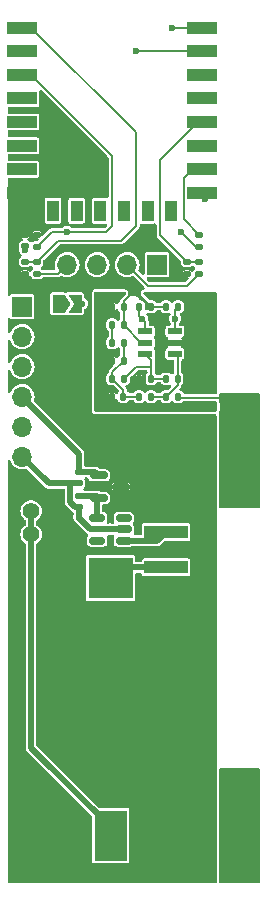
<source format=gbr>
%TF.GenerationSoftware,KiCad,Pcbnew,8.0.2*%
%TF.CreationDate,2024-11-04T20:05:35-05:00*%
%TF.ProjectId,proto,70726f74-6f2e-46b6-9963-61645f706362,rev?*%
%TF.SameCoordinates,Original*%
%TF.FileFunction,Copper,L1,Top*%
%TF.FilePolarity,Positive*%
%FSLAX46Y46*%
G04 Gerber Fmt 4.6, Leading zero omitted, Abs format (unit mm)*
G04 Created by KiCad (PCBNEW 8.0.2) date 2024-11-04 20:05:35*
%MOMM*%
%LPD*%
G01*
G04 APERTURE LIST*
G04 Aperture macros list*
%AMRoundRect*
0 Rectangle with rounded corners*
0 $1 Rounding radius*
0 $2 $3 $4 $5 $6 $7 $8 $9 X,Y pos of 4 corners*
0 Add a 4 corners polygon primitive as box body*
4,1,4,$2,$3,$4,$5,$6,$7,$8,$9,$2,$3,0*
0 Add four circle primitives for the rounded corners*
1,1,$1+$1,$2,$3*
1,1,$1+$1,$4,$5*
1,1,$1+$1,$6,$7*
1,1,$1+$1,$8,$9*
0 Add four rect primitives between the rounded corners*
20,1,$1+$1,$2,$3,$4,$5,0*
20,1,$1+$1,$4,$5,$6,$7,0*
20,1,$1+$1,$6,$7,$8,$9,0*
20,1,$1+$1,$8,$9,$2,$3,0*%
%AMFreePoly0*
4,1,6,0.500000,-0.750000,-0.650000,-0.750000,-0.150000,0.000000,-0.650000,0.750000,0.500000,0.750000,0.500000,-0.750000,0.500000,-0.750000,$1*%
%AMFreePoly1*
4,1,6,1.000000,0.000000,0.500000,-0.750000,-0.500000,-0.750000,-0.500000,0.750000,0.500000,0.750000,1.000000,0.000000,1.000000,0.000000,$1*%
G04 Aperture macros list end*
%TA.AperFunction,ComponentPad*%
%ADD10R,1.700000X1.700000*%
%TD*%
%TA.AperFunction,ComponentPad*%
%ADD11O,1.700000X1.700000*%
%TD*%
%TA.AperFunction,SMDPad,CuDef*%
%ADD12RoundRect,0.140000X-0.170000X0.140000X-0.170000X-0.140000X0.170000X-0.140000X0.170000X0.140000X0*%
%TD*%
%TA.AperFunction,SMDPad,CuDef*%
%ADD13RoundRect,0.135000X-0.135000X-0.185000X0.135000X-0.185000X0.135000X0.185000X-0.135000X0.185000X0*%
%TD*%
%TA.AperFunction,SMDPad,CuDef*%
%ADD14RoundRect,0.135000X0.135000X0.185000X-0.135000X0.185000X-0.135000X-0.185000X0.135000X-0.185000X0*%
%TD*%
%TA.AperFunction,ComponentPad*%
%ADD15C,1.400000*%
%TD*%
%TA.AperFunction,SMDPad,CuDef*%
%ADD16RoundRect,0.135000X-0.185000X0.135000X-0.185000X-0.135000X0.185000X-0.135000X0.185000X0.135000X0*%
%TD*%
%TA.AperFunction,SMDPad,CuDef*%
%ADD17RoundRect,0.135000X0.185000X-0.135000X0.185000X0.135000X-0.185000X0.135000X-0.185000X-0.135000X0*%
%TD*%
%TA.AperFunction,SMDPad,CuDef*%
%ADD18R,3.700000X1.100000*%
%TD*%
%TA.AperFunction,SMDPad,CuDef*%
%ADD19RoundRect,0.140000X-0.140000X-0.170000X0.140000X-0.170000X0.140000X0.170000X-0.140000X0.170000X0*%
%TD*%
%TA.AperFunction,SMDPad,CuDef*%
%ADD20R,2.500000X1.000000*%
%TD*%
%TA.AperFunction,SMDPad,CuDef*%
%ADD21R,1.000000X1.800000*%
%TD*%
%TA.AperFunction,SMDPad,CuDef*%
%ADD22R,3.800000X3.500000*%
%TD*%
%TA.AperFunction,SMDPad,CuDef*%
%ADD23R,2.800000X4.300000*%
%TD*%
%TA.AperFunction,SMDPad,CuDef*%
%ADD24RoundRect,0.140000X0.140000X0.170000X-0.140000X0.170000X-0.140000X-0.170000X0.140000X-0.170000X0*%
%TD*%
%TA.AperFunction,SMDPad,CuDef*%
%ADD25RoundRect,0.150000X0.512500X0.150000X-0.512500X0.150000X-0.512500X-0.150000X0.512500X-0.150000X0*%
%TD*%
%TA.AperFunction,SMDPad,CuDef*%
%ADD26RoundRect,0.150000X-0.587500X-0.150000X0.587500X-0.150000X0.587500X0.150000X-0.587500X0.150000X0*%
%TD*%
%TA.AperFunction,SMDPad,CuDef*%
%ADD27RoundRect,0.147500X-0.147500X-0.172500X0.147500X-0.172500X0.147500X0.172500X-0.147500X0.172500X0*%
%TD*%
%TA.AperFunction,SMDPad,CuDef*%
%ADD28RoundRect,0.072500X0.532500X0.217500X-0.532500X0.217500X-0.532500X-0.217500X0.532500X-0.217500X0*%
%TD*%
%TA.AperFunction,SMDPad,CuDef*%
%ADD29FreePoly0,0.000000*%
%TD*%
%TA.AperFunction,SMDPad,CuDef*%
%ADD30FreePoly1,0.000000*%
%TD*%
%TA.AperFunction,ViaPad*%
%ADD31C,0.600000*%
%TD*%
%TA.AperFunction,Conductor*%
%ADD32C,0.200000*%
%TD*%
%TA.AperFunction,Conductor*%
%ADD33C,0.500000*%
%TD*%
G04 APERTURE END LIST*
D10*
%TO.P,J1,1,Pin_1*%
%TO.N,unconnected-(J1-Pin_1-Pad1)*%
X125730000Y-84328000D03*
D11*
%TO.P,J1,2,Pin_2*%
%TO.N,/ESP/conn_uart_rxd*%
X125730000Y-86868000D03*
%TO.P,J1,3,Pin_3*%
%TO.N,/ESP/conn_uart_txd*%
X125730000Y-89408000D03*
%TO.P,J1,4,Pin_4*%
%TO.N,/ESP/ext*%
X125730000Y-91948000D03*
%TO.P,J1,5,Pin_5*%
%TO.N,/ESP/uart_cts*%
X125730000Y-94488000D03*
%TO.P,J1,6,Pin_6*%
%TO.N,GND*%
X125730000Y-97028000D03*
%TD*%
D12*
%TO.P,C7,1*%
%TO.N,/ESP/ext*%
X130556000Y-98326000D03*
%TO.P,C7,2*%
%TO.N,GND*%
X130556000Y-99286000D03*
%TD*%
%TO.P,C6,1*%
%TO.N,Net-(U3-VOUT)*%
X130556000Y-100358000D03*
%TO.P,C6,2*%
%TO.N,GND*%
X130556000Y-101318000D03*
%TD*%
D13*
%TO.P,R3,1*%
%TO.N,/DIFFAMP/sda*%
X135634000Y-84328000D03*
%TO.P,R3,2*%
%TO.N,/DIFFAMP/3v3*%
X136654000Y-84328000D03*
%TD*%
D14*
%TO.P,R2,1*%
%TO.N,/DIFFAMP/scl*%
X138940000Y-84328000D03*
%TO.P,R2,2*%
%TO.N,/DIFFAMP/3v3*%
X137920000Y-84328000D03*
%TD*%
D15*
%TO.P,TP3,1,1*%
%TO.N,Net-(BT1-Pad-)*%
X126492000Y-103616000D03*
X126492000Y-101616000D03*
%TD*%
D16*
%TO.P,R15,2*%
%TO.N,/DIFFAMP/3v3*%
X125984000Y-81536000D03*
%TO.P,R15,1*%
%TO.N,/ESP/nRST*%
X125984000Y-80516000D03*
%TD*%
D17*
%TO.P,R13,2*%
%TO.N,/ESP/G0*%
X139700000Y-80516000D03*
%TO.P,R13,1*%
%TO.N,/DIFFAMP/3v3*%
X139700000Y-81536000D03*
%TD*%
D13*
%TO.P,R12,1*%
%TO.N,/DIFFAMP/wpos*%
X137920000Y-91948000D03*
%TO.P,R12,2*%
%TO.N,Net-(R12-Pad2)*%
X138940000Y-91948000D03*
%TD*%
D18*
%TO.P,L2,1,1*%
%TO.N,Net-(BT1-Pad+)*%
X137922000Y-106402000D03*
%TO.P,L2,2,2*%
%TO.N,Net-(U3-SW)*%
X137922000Y-103402000D03*
%TD*%
D10*
%TO.P,J2,1,Pin_1*%
%TO.N,GND*%
X137160000Y-80772000D03*
D11*
%TO.P,J2,2,Pin_2*%
%TO.N,Net-(J2-Pin_2)*%
X134620000Y-80772000D03*
%TO.P,J2,3,Pin_3*%
%TO.N,GND*%
X132080000Y-80772000D03*
%TO.P,J2,4,Pin_4*%
%TO.N,Net-(J2-Pin_4)*%
X129540000Y-80772000D03*
%TD*%
D19*
%TO.P,C5,1*%
%TO.N,/DIFFAMP/wneg*%
X137950000Y-90424000D03*
%TO.P,C5,2*%
%TO.N,/DIFFAMP/wpos*%
X138910000Y-90424000D03*
%TD*%
D20*
%TO.P,U1,1,~{RST}*%
%TO.N,/ESP/nRST*%
X125750000Y-60700000D03*
%TO.P,U1,2,ADC*%
%TO.N,unconnected-(U1-ADC-Pad2)*%
X125750000Y-62700000D03*
%TO.P,U1,3,EN*%
%TO.N,/ESP/en*%
X125750000Y-64700000D03*
%TO.P,U1,4,GPIO16*%
%TO.N,unconnected-(U1-GPIO16-Pad4)*%
X125750000Y-66700000D03*
%TO.P,U1,5,GPIO14*%
%TO.N,unconnected-(U1-GPIO14-Pad5)*%
X125750000Y-68700000D03*
%TO.P,U1,6,GPIO12*%
%TO.N,unconnected-(U1-GPIO12-Pad6)*%
X125750000Y-70700000D03*
%TO.P,U1,7,GPIO13*%
%TO.N,unconnected-(U1-GPIO13-Pad7)*%
X125750000Y-72700000D03*
%TO.P,U1,8,VCC*%
%TO.N,/DIFFAMP/3v3*%
X125750000Y-74700000D03*
D21*
%TO.P,U1,9,CS0*%
%TO.N,unconnected-(U1-CS0-Pad9)*%
X128350000Y-76200000D03*
%TO.P,U1,10,MISO*%
%TO.N,unconnected-(U1-MISO-Pad10)*%
X130350000Y-76200000D03*
%TO.P,U1,11,GPIO9*%
%TO.N,unconnected-(U1-GPIO9-Pad11)*%
X132350000Y-76200000D03*
%TO.P,U1,12,GPIO10*%
%TO.N,unconnected-(U1-GPIO10-Pad12)*%
X134350000Y-76200000D03*
%TO.P,U1,13,MOSI*%
%TO.N,unconnected-(U1-MOSI-Pad13)*%
X136350000Y-76200000D03*
%TO.P,U1,14,SCLK*%
%TO.N,unconnected-(U1-SCLK-Pad14)*%
X138350000Y-76200000D03*
D20*
%TO.P,U1,15,GND*%
%TO.N,GND*%
X140950000Y-74700000D03*
%TO.P,U1,16,GPIO15*%
%TO.N,/ESP/G15*%
X140950000Y-72700000D03*
%TO.P,U1,17,GPIO2*%
%TO.N,/ESP/G2*%
X140950000Y-70700000D03*
%TO.P,U1,18,GPIO0*%
%TO.N,/ESP/G0*%
X140950000Y-68700000D03*
%TO.P,U1,19,GPIO4*%
%TO.N,/DIFFAMP/sda*%
X140950000Y-66700000D03*
%TO.P,U1,20,GPIO5*%
%TO.N,/DIFFAMP/scl*%
X140950000Y-64700000D03*
%TO.P,U1,21,GPIO3/RXD*%
%TO.N,/ESP/conn_uart_rxd*%
X140950000Y-62700000D03*
%TO.P,U1,22,GPIO1/TXD*%
%TO.N,/ESP/conn_uart_txd*%
X140950000Y-60700000D03*
%TD*%
D22*
%TO.P,BT1,+,+*%
%TO.N,Net-(BT1-Pad+)*%
X133220000Y-107310000D03*
D23*
%TO.P,BT1,-,-*%
%TO.N,Net-(BT1-Pad-)*%
X133220000Y-129110000D03*
%TD*%
D24*
%TO.P,C3,1*%
%TO.N,/DIFFAMP/vdda*%
X134338000Y-88900000D03*
%TO.P,C3,2*%
%TO.N,GND*%
X133378000Y-88900000D03*
%TD*%
D25*
%TO.P,U3,1,SW*%
%TO.N,Net-(U3-SW)*%
X134355000Y-104140000D03*
%TO.P,U3,2,GND*%
%TO.N,GND*%
X134355000Y-103190000D03*
%TO.P,U3,3,NC*%
%TO.N,unconnected-(U3-NC-Pad3)*%
X134355000Y-102240000D03*
%TO.P,U3,4,VOUT*%
%TO.N,Net-(U3-VOUT)*%
X132080000Y-102240000D03*
%TO.P,U3,5,NC*%
%TO.N,unconnected-(U3-NC-Pad5)*%
X132080000Y-104140000D03*
%TD*%
D14*
%TO.P,R1,1*%
%TO.N,/DIFFAMP/3v3*%
X134368000Y-85852000D03*
%TO.P,R1,2*%
%TO.N,Net-(L1-Pad1)*%
X133348000Y-85852000D03*
%TD*%
D24*
%TO.P,C2,1*%
%TO.N,/DIFFAMP/vdda*%
X134310000Y-91948000D03*
%TO.P,C2,2*%
%TO.N,GND*%
X133350000Y-91948000D03*
%TD*%
D16*
%TO.P,R11,2*%
%TO.N,Net-(J2-Pin_4)*%
X127000000Y-81536000D03*
%TO.P,R11,1*%
%TO.N,/ESP/nRST*%
X127000000Y-80516000D03*
%TD*%
D14*
%TO.P,R5,1*%
%TO.N,/DIFFAMP/wneg*%
X136654000Y-90424000D03*
%TO.P,R5,2*%
%TO.N,GND*%
X135634000Y-90424000D03*
%TD*%
D16*
%TO.P,R9,1*%
%TO.N,/ESP/G15*%
X140716000Y-78230000D03*
%TO.P,R9,2*%
%TO.N,GND*%
X140716000Y-79250000D03*
%TD*%
D26*
%TO.P,D1,1*%
%TO.N,/ESP/ext*%
X132237000Y-98618000D03*
%TO.P,D1,2*%
%TO.N,Net-(U3-VOUT)*%
X132237000Y-100518000D03*
%TO.P,D1,3*%
%TO.N,/DIFFAMP/3v3*%
X134112000Y-99568000D03*
%TD*%
D16*
%TO.P,R14,2*%
%TO.N,Net-(J2-Pin_2)*%
X140716000Y-81536000D03*
%TO.P,R14,1*%
%TO.N,/ESP/G0*%
X140716000Y-80516000D03*
%TD*%
D17*
%TO.P,R7,1*%
%TO.N,/ESP/en*%
X127000000Y-79250000D03*
%TO.P,R7,2*%
%TO.N,/DIFFAMP/3v3*%
X127000000Y-78230000D03*
%TD*%
D12*
%TO.P,C4,1*%
%TO.N,/DIFFAMP/3v3*%
X125984000Y-78260000D03*
%TO.P,C4,2*%
%TO.N,GND*%
X125984000Y-79220000D03*
%TD*%
D24*
%TO.P,C1,1*%
%TO.N,/DIFFAMP/3v3*%
X134338000Y-84328000D03*
%TO.P,C1,2*%
%TO.N,GND*%
X133378000Y-84328000D03*
%TD*%
D13*
%TO.P,R4,1*%
%TO.N,/DIFFAMP/vdda*%
X133348000Y-90424000D03*
%TO.P,R4,2*%
%TO.N,/DIFFAMP/wneg*%
X134368000Y-90424000D03*
%TD*%
D27*
%TO.P,L1,1,1*%
%TO.N,Net-(L1-Pad1)*%
X133373000Y-87376000D03*
%TO.P,L1,2,2*%
%TO.N,/DIFFAMP/vdda*%
X134343000Y-87376000D03*
%TD*%
D28*
%TO.P,U2,1,VIN+*%
%TO.N,/DIFFAMP/wpos*%
X138669000Y-88326000D03*
%TO.P,U2,2,GND*%
%TO.N,GND*%
X138669000Y-87376000D03*
%TO.P,U2,3,SCL*%
%TO.N,/DIFFAMP/scl*%
X138669000Y-86426000D03*
%TO.P,U2,4,SDA*%
%TO.N,/DIFFAMP/sda*%
X136159000Y-86426000D03*
%TO.P,U2,5,VDD*%
%TO.N,/DIFFAMP/3v3*%
X136159000Y-87376000D03*
%TO.P,U2,6,VIN-*%
%TO.N,/DIFFAMP/wneg*%
X136159000Y-88326000D03*
%TD*%
D29*
%TO.P,JP1,2,B*%
%TO.N,/ESP/uart_cts*%
X130265000Y-84074000D03*
D30*
%TO.P,JP1,1,A*%
%TO.N,/ESP/en*%
X128815000Y-84074000D03*
%TD*%
D13*
%TO.P,R6,1*%
%TO.N,/DIFFAMP/vdda*%
X135634000Y-91948000D03*
%TO.P,R6,2*%
%TO.N,/DIFFAMP/wpos*%
X136654000Y-91948000D03*
%TD*%
D31*
%TO.N,GND*%
X133162000Y-103190000D03*
X130556000Y-102108000D03*
X143256000Y-129794000D03*
X143256000Y-131572000D03*
X144780000Y-129794000D03*
X144780000Y-131572000D03*
X144780000Y-126238000D03*
X143256000Y-126238000D03*
X144780000Y-128016000D03*
X143256000Y-128016000D03*
X144780000Y-124460000D03*
X143256000Y-124460000D03*
X141224000Y-75184000D03*
X140462000Y-74422000D03*
X139192000Y-77978000D03*
X125984000Y-79502000D03*
%TO.N,/DIFFAMP/scl*%
X140970000Y-64770000D03*
%TO.N,/DIFFAMP/sda*%
X139954000Y-66802000D03*
X135890000Y-85344000D03*
%TO.N,/DIFFAMP/scl*%
X138684000Y-85344000D03*
%TO.N,GND*%
X132334000Y-90678000D03*
X132334000Y-88900000D03*
X132334000Y-85090000D03*
X132334000Y-86868000D03*
X140716000Y-88900000D03*
X140716000Y-90678000D03*
X140716000Y-85090000D03*
X140716000Y-86868000D03*
%TO.N,/DIFFAMP/3v3*%
X138684000Y-81026000D03*
%TO.N,GND*%
X136144000Y-91186000D03*
%TO.N,/ESP/en*%
X129540000Y-77978000D03*
%TO.N,/ESP/uart_cts*%
X130810000Y-84074000D03*
%TO.N,/ESP/en*%
X129032000Y-84074000D03*
%TO.N,/ESP/conn_uart_txd*%
X138430000Y-60706000D03*
%TO.N,/ESP/conn_uart_rxd*%
X135382000Y-62700000D03*
%TD*%
D32*
%TO.N,/DIFFAMP/wpos*%
X138910000Y-88567000D02*
X138669000Y-88326000D01*
X138910000Y-90424000D02*
X138910000Y-88567000D01*
%TO.N,/DIFFAMP/wneg*%
X135384000Y-89408000D02*
X134368000Y-90424000D01*
X136654000Y-89408000D02*
X135384000Y-89408000D01*
X136654000Y-90424000D02*
X136654000Y-89408000D01*
%TO.N,GND*%
X136144000Y-90934000D02*
X135634000Y-90424000D01*
X136144000Y-91186000D02*
X136144000Y-90934000D01*
%TO.N,Net-(L1-Pad1)*%
X133373000Y-85877000D02*
X133348000Y-85852000D01*
X133373000Y-87376000D02*
X133373000Y-85877000D01*
D33*
%TO.N,GND*%
X130556000Y-102231184D02*
X130556000Y-102108000D01*
X133162000Y-103190000D02*
X131514816Y-103190000D01*
X133162000Y-103190000D02*
X134355000Y-103190000D01*
X131514816Y-103190000D02*
X130556000Y-102231184D01*
X129796000Y-100867999D02*
X129796000Y-99286000D01*
X130246001Y-101318000D02*
X129796000Y-100867999D01*
X130556000Y-101318000D02*
X130246001Y-101318000D01*
X129796000Y-99286000D02*
X130556000Y-99286000D01*
X127988000Y-99286000D02*
X125730000Y-97028000D01*
X130556000Y-99286000D02*
X127988000Y-99286000D01*
X130556000Y-101318000D02*
X130556000Y-102108000D01*
D32*
X140464000Y-79250000D02*
X140716000Y-79250000D01*
X139192000Y-77978000D02*
X140464000Y-79250000D01*
%TO.N,/DIFFAMP/3v3*%
X138684000Y-81026000D02*
X139194000Y-81536000D01*
X139194000Y-81536000D02*
X139700000Y-81536000D01*
%TO.N,/DIFFAMP/sda*%
X135864500Y-85344000D02*
X135634000Y-85113500D01*
X135890000Y-85344000D02*
X135864500Y-85344000D01*
X135890000Y-85369500D02*
X135890000Y-85344000D01*
%TO.N,/DIFFAMP/scl*%
X138669000Y-85329000D02*
X138669000Y-84599000D01*
X138684000Y-85344000D02*
X138669000Y-85329000D01*
X138669000Y-85359000D02*
X138684000Y-85344000D01*
%TO.N,/DIFFAMP/3v3*%
X135638000Y-83312000D02*
X136654000Y-84328000D01*
X134874000Y-83312000D02*
X135638000Y-83312000D01*
X134338000Y-83848000D02*
X134874000Y-83312000D01*
X134338000Y-84328000D02*
X134338000Y-83848000D01*
X134338000Y-85822000D02*
X134368000Y-85852000D01*
X134338000Y-84328000D02*
X134338000Y-85822000D01*
X136654000Y-84328000D02*
X137920000Y-84328000D01*
%TO.N,/DIFFAMP/vdda*%
X133348000Y-89916000D02*
X133348000Y-90424000D01*
%TO.N,/ESP/conn_uart_rxd*%
X135382000Y-62700000D02*
X140950000Y-62700000D01*
%TO.N,/ESP/conn_uart_txd*%
X138436000Y-60700000D02*
X138430000Y-60706000D01*
X140950000Y-60700000D02*
X138436000Y-60700000D01*
D33*
%TO.N,/ESP/ext*%
X130556000Y-98326000D02*
X130556000Y-96774000D01*
X130556000Y-96774000D02*
X125730000Y-91948000D01*
D32*
%TO.N,/DIFFAMP/3v3*%
X125222000Y-78740000D02*
X125222000Y-81027000D01*
X125222000Y-81027000D02*
X125731000Y-81536000D01*
X125702000Y-78260000D02*
X125222000Y-78740000D01*
X125731000Y-81536000D02*
X125984000Y-81536000D01*
X125984000Y-78260000D02*
X125702000Y-78260000D01*
X126014000Y-78230000D02*
X125984000Y-78260000D01*
X127000000Y-78230000D02*
X126014000Y-78230000D01*
%TO.N,/ESP/en*%
X132842000Y-77978000D02*
X133350000Y-77470000D01*
X128272000Y-77978000D02*
X132842000Y-77978000D01*
X133350000Y-71550000D02*
X126500000Y-64700000D01*
X126500000Y-64700000D02*
X125750000Y-64700000D01*
X127000000Y-79250000D02*
X128272000Y-77978000D01*
X133350000Y-77470000D02*
X133350000Y-71550000D01*
%TO.N,Net-(J2-Pin_4)*%
X128776000Y-81536000D02*
X127000000Y-81536000D01*
X129540000Y-80772000D02*
X128776000Y-81536000D01*
%TO.N,/ESP/nRST*%
X125984000Y-80516000D02*
X127000000Y-80516000D01*
X126500000Y-60700000D02*
X125750000Y-60700000D01*
X134112000Y-78740000D02*
X135382000Y-77470000D01*
X135382000Y-77470000D02*
X135382000Y-69582000D01*
X135382000Y-69582000D02*
X126500000Y-60700000D01*
X128776000Y-78740000D02*
X134112000Y-78740000D01*
X127000000Y-80516000D02*
X128776000Y-78740000D01*
%TO.N,Net-(J2-Pin_2)*%
X136398000Y-82550000D02*
X139702000Y-82550000D01*
X139702000Y-82550000D02*
X140716000Y-81536000D01*
X134620000Y-80772000D02*
X136398000Y-82550000D01*
%TO.N,/ESP/G15*%
X139400000Y-76914000D02*
X139400000Y-73452000D01*
X140716000Y-78230000D02*
X139400000Y-76914000D01*
X139400000Y-73452000D02*
X140152000Y-72700000D01*
X140152000Y-72700000D02*
X140950000Y-72700000D01*
%TO.N,/ESP/G0*%
X137414000Y-78230000D02*
X137414000Y-71882000D01*
X137414000Y-71882000D02*
X140596000Y-68700000D01*
X140596000Y-68700000D02*
X140950000Y-68700000D01*
X139700000Y-80516000D02*
X137414000Y-78230000D01*
X140716000Y-80516000D02*
X139700000Y-80516000D01*
%TO.N,Net-(R12-Pad2)*%
X139032000Y-92040000D02*
X143764000Y-92040000D01*
X138940000Y-91948000D02*
X139032000Y-92040000D01*
%TO.N,/DIFFAMP/sda*%
X135634000Y-85113500D02*
X135634000Y-84328000D01*
X136159000Y-85638500D02*
X135890000Y-85369500D01*
X136159000Y-86426000D02*
X136159000Y-85638500D01*
%TO.N,/DIFFAMP/scl*%
X138669000Y-84599000D02*
X138940000Y-84328000D01*
X138669000Y-86426000D02*
X138669000Y-85359000D01*
%TO.N,/DIFFAMP/3v3*%
X134368000Y-85913802D02*
X134368000Y-85852000D01*
X135830198Y-87376000D02*
X134368000Y-85913802D01*
X136159000Y-87376000D02*
X135830198Y-87376000D01*
%TO.N,/DIFFAMP/wneg*%
X136654000Y-90424000D02*
X136654000Y-88821000D01*
X136654000Y-88821000D02*
X136159000Y-88326000D01*
%TO.N,/DIFFAMP/vdda*%
X134338000Y-87381000D02*
X134343000Y-87376000D01*
X134338000Y-88900000D02*
X134338000Y-87381000D01*
X133348000Y-89890000D02*
X134338000Y-88900000D01*
X134310000Y-91386000D02*
X133348000Y-90424000D01*
X134310000Y-91948000D02*
X134310000Y-91386000D01*
X134310000Y-91948000D02*
X135634000Y-91948000D01*
%TO.N,/DIFFAMP/wneg*%
X137950000Y-90424000D02*
X136654000Y-90424000D01*
%TO.N,/DIFFAMP/wpos*%
X138910000Y-90958000D02*
X137920000Y-91948000D01*
X138910000Y-90424000D02*
X138910000Y-90958000D01*
X136654000Y-91948000D02*
X137920000Y-91948000D01*
D33*
%TO.N,Net-(BT1-Pad+)*%
X134128000Y-106402000D02*
X133220000Y-107310000D01*
X137922000Y-106402000D02*
X134128000Y-106402000D01*
%TO.N,Net-(U3-SW)*%
X137184000Y-104140000D02*
X137922000Y-103402000D01*
X134355000Y-104140000D02*
X137184000Y-104140000D01*
%TO.N,Net-(U3-VOUT)*%
X132077000Y-100358000D02*
X132237000Y-100518000D01*
X130556000Y-100358000D02*
X132077000Y-100358000D01*
X132080000Y-100675000D02*
X132237000Y-100518000D01*
X132080000Y-102240000D02*
X132080000Y-100675000D01*
%TO.N,Net-(BT1-Pad-)*%
X133220000Y-128394000D02*
X133220000Y-129110000D01*
X126492000Y-121666000D02*
X133220000Y-128394000D01*
X126492000Y-101616000D02*
X126492000Y-121666000D01*
%TO.N,/ESP/ext*%
X131945000Y-98326000D02*
X130556000Y-98326000D01*
X132237000Y-98618000D02*
X131945000Y-98326000D01*
D32*
%TO.N,/ESP/conn_uart_rxd*%
X125730000Y-86868000D02*
X125984000Y-86868000D01*
%TD*%
%TA.AperFunction,Conductor*%
%TO.N,Net-(R12-Pad2)*%
G36*
X145792539Y-91660185D02*
G01*
X145838294Y-91712989D01*
X145849500Y-91764500D01*
X145849500Y-101275500D01*
X145829815Y-101342539D01*
X145777011Y-101388294D01*
X145725500Y-101399500D01*
X142524000Y-101399500D01*
X142456961Y-101379815D01*
X142411206Y-101327011D01*
X142400000Y-101275500D01*
X142400000Y-93282528D01*
X142414894Y-93225396D01*
X142414793Y-93225354D01*
X142415088Y-93224650D01*
X142415782Y-93221991D01*
X142416271Y-93221115D01*
X142417490Y-93218937D01*
X142437175Y-93151898D01*
X142445500Y-93094000D01*
X142445500Y-92464500D01*
X142440803Y-92420816D01*
X142436897Y-92402864D01*
X142429602Y-92369325D01*
X142429348Y-92368289D01*
X142427110Y-92359127D01*
X142427108Y-92359123D01*
X142414567Y-92335588D01*
X142400000Y-92277275D01*
X142400000Y-91804028D01*
X142414894Y-91746896D01*
X142414793Y-91746854D01*
X142415088Y-91746150D01*
X142415782Y-91743491D01*
X142416461Y-91742277D01*
X142417490Y-91740437D01*
X142417493Y-91740428D01*
X142420684Y-91729563D01*
X142458459Y-91670785D01*
X142522015Y-91641762D01*
X142539660Y-91640500D01*
X145725500Y-91640500D01*
X145792539Y-91660185D01*
G37*
%TD.AperFunction*%
%TD*%
%TA.AperFunction,Conductor*%
%TO.N,GND*%
G36*
X145792539Y-123410185D02*
G01*
X145838294Y-123462989D01*
X145849500Y-123514500D01*
X145849500Y-133025500D01*
X145829815Y-133092539D01*
X145777011Y-133138294D01*
X145725500Y-133149500D01*
X142524000Y-133149500D01*
X142456961Y-133129815D01*
X142411206Y-133077011D01*
X142400000Y-133025500D01*
X142400000Y-123514500D01*
X142419685Y-123447461D01*
X142472489Y-123401706D01*
X142524000Y-123390500D01*
X145725500Y-123390500D01*
X145792539Y-123410185D01*
G37*
%TD.AperFunction*%
%TD*%
%TA.AperFunction,Conductor*%
%TO.N,/DIFFAMP/3v3*%
G36*
X127375132Y-66006351D02*
G01*
X127401453Y-66026424D01*
X133013181Y-71638152D01*
X133046666Y-71699475D01*
X133049500Y-71725833D01*
X133049500Y-74984160D01*
X133029815Y-75051199D01*
X132977011Y-75096954D01*
X132907853Y-75106898D01*
X132901309Y-75105777D01*
X132869752Y-75099500D01*
X132869748Y-75099500D01*
X131830252Y-75099500D01*
X131830247Y-75099500D01*
X131771770Y-75111131D01*
X131771769Y-75111132D01*
X131705447Y-75155447D01*
X131661132Y-75221769D01*
X131661131Y-75221770D01*
X131649500Y-75280247D01*
X131649500Y-77119752D01*
X131661131Y-77178229D01*
X131661132Y-77178230D01*
X131705447Y-77244552D01*
X131771769Y-77288867D01*
X131771770Y-77288868D01*
X131830247Y-77300499D01*
X131830250Y-77300500D01*
X132795167Y-77300500D01*
X132862206Y-77320185D01*
X132907961Y-77372989D01*
X132917905Y-77442147D01*
X132888880Y-77505703D01*
X132882848Y-77512181D01*
X132753848Y-77641181D01*
X132692525Y-77674666D01*
X132666167Y-77677500D01*
X129998501Y-77677500D01*
X129931462Y-77657815D01*
X129904788Y-77634703D01*
X129871126Y-77595855D01*
X129871123Y-77595853D01*
X129766810Y-77528815D01*
X129721055Y-77476011D01*
X129719230Y-77463320D01*
X129690275Y-77481207D01*
X129622539Y-77480605D01*
X129611962Y-77477500D01*
X129611961Y-77477500D01*
X129468039Y-77477500D01*
X129468036Y-77477500D01*
X129329949Y-77518045D01*
X129208873Y-77595856D01*
X129175212Y-77634703D01*
X129116433Y-77672477D01*
X129081499Y-77677500D01*
X128232438Y-77677500D01*
X128156010Y-77697978D01*
X128087489Y-77737540D01*
X128087486Y-77737542D01*
X127531680Y-78293348D01*
X127470357Y-78326833D01*
X127400665Y-78321849D01*
X127344732Y-78279977D01*
X127320315Y-78214513D01*
X127319999Y-78205667D01*
X127319999Y-78081706D01*
X127312166Y-78042324D01*
X127282330Y-77997670D01*
X127237672Y-77967832D01*
X127237670Y-77967831D01*
X127198299Y-77960000D01*
X126801706Y-77960000D01*
X126762324Y-77967833D01*
X126717670Y-77997669D01*
X126687832Y-78042327D01*
X126687831Y-78042329D01*
X126680000Y-78081700D01*
X126680000Y-78378293D01*
X126687833Y-78417675D01*
X126717669Y-78462329D01*
X126762327Y-78492167D01*
X126762329Y-78492168D01*
X126801700Y-78499999D01*
X127025666Y-78499999D01*
X127092706Y-78519683D01*
X127138461Y-78572487D01*
X127148405Y-78641646D01*
X127119380Y-78705201D01*
X127113350Y-78711679D01*
X127081847Y-78743181D01*
X127020527Y-78776666D01*
X126994167Y-78779500D01*
X126775683Y-78779500D01*
X126726828Y-78785931D01*
X126619597Y-78835934D01*
X126593215Y-78862316D01*
X126531891Y-78895800D01*
X126462200Y-78890814D01*
X126417854Y-78862314D01*
X126352316Y-78796776D01*
X126329059Y-78785931D01*
X126243487Y-78746028D01*
X126243486Y-78746027D01*
X126234889Y-78742019D01*
X126236407Y-78738762D01*
X126192484Y-78710644D01*
X126163347Y-78647140D01*
X126173167Y-78577964D01*
X126217164Y-78526172D01*
X126254933Y-78500936D01*
X126285877Y-78454623D01*
X126285878Y-78454620D01*
X126293999Y-78413791D01*
X126293999Y-78106213D01*
X126293998Y-78106209D01*
X126285877Y-78065375D01*
X126254935Y-78019066D01*
X126208623Y-77988122D01*
X126208620Y-77988121D01*
X126167791Y-77980000D01*
X125800213Y-77980000D01*
X125800209Y-77980001D01*
X125759375Y-77988122D01*
X125713066Y-78019064D01*
X125682122Y-78065376D01*
X125682121Y-78065379D01*
X125674000Y-78106208D01*
X125674000Y-78413786D01*
X125674001Y-78413790D01*
X125682122Y-78454624D01*
X125713064Y-78500933D01*
X125750835Y-78526170D01*
X125795641Y-78579782D01*
X125804350Y-78649106D01*
X125774196Y-78712135D01*
X125731657Y-78738899D01*
X125733112Y-78742018D01*
X125615683Y-78796776D01*
X125530776Y-78881683D01*
X125480027Y-78990514D01*
X125473500Y-79040097D01*
X125473500Y-79399898D01*
X125480607Y-79453895D01*
X125480406Y-79487714D01*
X125478353Y-79501998D01*
X125478353Y-79501999D01*
X125498834Y-79644456D01*
X125539332Y-79733132D01*
X125558623Y-79775373D01*
X125652872Y-79884143D01*
X125652877Y-79884146D01*
X125654483Y-79885538D01*
X125655635Y-79887331D01*
X125658680Y-79890845D01*
X125658174Y-79891282D01*
X125692258Y-79944316D01*
X125692258Y-80014186D01*
X125654485Y-80072964D01*
X125625687Y-80091633D01*
X125603597Y-80101934D01*
X125603596Y-80101934D01*
X125519935Y-80185595D01*
X125469931Y-80292828D01*
X125463500Y-80341683D01*
X125463500Y-80690316D01*
X125469931Y-80739171D01*
X125469932Y-80739173D01*
X125519935Y-80846404D01*
X125603596Y-80930065D01*
X125710827Y-80980068D01*
X125759683Y-80986500D01*
X125759684Y-80986500D01*
X126208317Y-80986500D01*
X126224601Y-80984356D01*
X126257173Y-80980068D01*
X126364404Y-80930065D01*
X126404319Y-80890150D01*
X126465642Y-80856665D01*
X126535334Y-80861649D01*
X126579681Y-80890150D01*
X126627267Y-80937736D01*
X126624443Y-80940559D01*
X126655183Y-80979042D01*
X126662352Y-81048542D01*
X126630808Y-81110886D01*
X126627101Y-81114098D01*
X126627267Y-81114264D01*
X126535935Y-81205595D01*
X126491282Y-81301354D01*
X126445109Y-81353793D01*
X126377916Y-81372945D01*
X126311035Y-81352729D01*
X126275796Y-81317837D01*
X126266330Y-81303670D01*
X126221672Y-81273832D01*
X126221670Y-81273831D01*
X126182299Y-81266000D01*
X125785706Y-81266000D01*
X125746324Y-81273833D01*
X125701670Y-81303669D01*
X125671832Y-81348327D01*
X125671831Y-81348329D01*
X125664000Y-81387700D01*
X125664000Y-81684293D01*
X125671833Y-81723675D01*
X125701669Y-81768329D01*
X125746327Y-81798167D01*
X125746329Y-81798168D01*
X125785700Y-81805999D01*
X126182293Y-81805999D01*
X126221675Y-81798166D01*
X126266330Y-81768330D01*
X126275795Y-81754164D01*
X126329405Y-81709356D01*
X126398730Y-81700646D01*
X126461759Y-81730798D01*
X126491280Y-81770643D01*
X126535935Y-81866404D01*
X126619596Y-81950065D01*
X126726827Y-82000068D01*
X126775683Y-82006500D01*
X126775684Y-82006500D01*
X127224317Y-82006500D01*
X127240601Y-82004356D01*
X127273173Y-82000068D01*
X127380404Y-81950065D01*
X127457650Y-81872819D01*
X127518973Y-81839334D01*
X127545331Y-81836500D01*
X128815560Y-81836500D01*
X128815562Y-81836500D01*
X128891989Y-81816021D01*
X128960511Y-81776460D01*
X128975672Y-81761298D01*
X129036992Y-81727813D01*
X129106684Y-81732796D01*
X129121805Y-81739620D01*
X129136046Y-81747232D01*
X129334066Y-81807300D01*
X129334065Y-81807300D01*
X129352529Y-81809118D01*
X129540000Y-81827583D01*
X129745934Y-81807300D01*
X129943954Y-81747232D01*
X130126450Y-81649685D01*
X130286410Y-81518410D01*
X130417685Y-81358450D01*
X130515232Y-81175954D01*
X130575300Y-80977934D01*
X130595583Y-80772000D01*
X131024417Y-80772000D01*
X131044699Y-80977932D01*
X131073214Y-81071932D01*
X131104768Y-81175954D01*
X131202315Y-81358450D01*
X131204969Y-81361684D01*
X131333589Y-81518410D01*
X131430209Y-81597702D01*
X131493550Y-81649685D01*
X131676046Y-81747232D01*
X131874066Y-81807300D01*
X131874065Y-81807300D01*
X131892529Y-81809118D01*
X132080000Y-81827583D01*
X132285934Y-81807300D01*
X132483954Y-81747232D01*
X132666450Y-81649685D01*
X132826410Y-81518410D01*
X132957685Y-81358450D01*
X133055232Y-81175954D01*
X133115300Y-80977934D01*
X133135583Y-80772000D01*
X133115300Y-80566066D01*
X133055232Y-80368046D01*
X132957685Y-80185550D01*
X132905702Y-80122209D01*
X132826410Y-80025589D01*
X132676121Y-79902252D01*
X132666450Y-79894315D01*
X132483954Y-79796768D01*
X132285934Y-79736700D01*
X132285932Y-79736699D01*
X132285934Y-79736699D01*
X132080000Y-79716417D01*
X131874067Y-79736699D01*
X131676043Y-79796769D01*
X131588114Y-79843769D01*
X131493550Y-79894315D01*
X131493548Y-79894316D01*
X131493547Y-79894317D01*
X131333589Y-80025589D01*
X131238178Y-80141850D01*
X131202315Y-80185550D01*
X131186306Y-80215500D01*
X131104769Y-80368043D01*
X131044699Y-80566067D01*
X131024417Y-80772000D01*
X130595583Y-80772000D01*
X130575300Y-80566066D01*
X130515232Y-80368046D01*
X130417685Y-80185550D01*
X130365702Y-80122209D01*
X130286410Y-80025589D01*
X130136121Y-79902252D01*
X130126450Y-79894315D01*
X129943954Y-79796768D01*
X129745934Y-79736700D01*
X129745932Y-79736699D01*
X129745934Y-79736699D01*
X129540000Y-79716417D01*
X129334067Y-79736699D01*
X129136043Y-79796769D01*
X129048114Y-79843769D01*
X128953550Y-79894315D01*
X128953548Y-79894316D01*
X128953547Y-79894317D01*
X128793589Y-80025589D01*
X128698178Y-80141850D01*
X128662315Y-80185550D01*
X128646306Y-80215500D01*
X128564769Y-80368043D01*
X128504699Y-80566067D01*
X128484417Y-80772000D01*
X128504699Y-80977932D01*
X128504700Y-80977934D01*
X128534298Y-81075506D01*
X128534921Y-81145372D01*
X128497673Y-81204485D01*
X128434379Y-81234075D01*
X128415637Y-81235500D01*
X127545331Y-81235500D01*
X127478292Y-81215815D01*
X127457650Y-81199181D01*
X127372733Y-81114264D01*
X127375561Y-81111435D01*
X127344843Y-81073023D01*
X127337635Y-81003526D01*
X127369143Y-80941165D01*
X127372903Y-80937906D01*
X127372733Y-80937736D01*
X127380405Y-80930064D01*
X127464065Y-80846404D01*
X127514068Y-80739173D01*
X127520500Y-80690316D01*
X127520500Y-80471833D01*
X127540185Y-80404794D01*
X127556819Y-80384152D01*
X128864152Y-79076819D01*
X128925475Y-79043334D01*
X128951833Y-79040500D01*
X134151560Y-79040500D01*
X134151562Y-79040500D01*
X134227989Y-79020021D01*
X134296511Y-78980460D01*
X134352460Y-78924511D01*
X135622460Y-77654511D01*
X135625093Y-77649950D01*
X135662021Y-77585989D01*
X135682500Y-77509562D01*
X135682500Y-77422205D01*
X135702185Y-77355166D01*
X135754989Y-77309411D01*
X135824147Y-77299467D01*
X135830081Y-77300483D01*
X135830250Y-77300500D01*
X135830252Y-77300500D01*
X136869750Y-77300500D01*
X136869751Y-77300499D01*
X136884568Y-77297552D01*
X136928229Y-77288868D01*
X136939513Y-77284194D01*
X136940923Y-77287599D01*
X136987281Y-77273082D01*
X137054662Y-77291564D01*
X137101354Y-77343540D01*
X137113500Y-77397062D01*
X137113500Y-78269562D01*
X137119874Y-78293348D01*
X137133979Y-78345990D01*
X137142151Y-78360143D01*
X137167653Y-78404314D01*
X137167653Y-78404316D01*
X137173537Y-78414507D01*
X137173541Y-78414512D01*
X139143181Y-80384152D01*
X139176666Y-80445475D01*
X139179500Y-80471833D01*
X139179500Y-80690316D01*
X139185931Y-80739171D01*
X139185932Y-80739173D01*
X139235935Y-80846404D01*
X139319596Y-80930065D01*
X139426827Y-80980068D01*
X139475683Y-80986500D01*
X139475684Y-80986500D01*
X139924317Y-80986500D01*
X139940601Y-80984356D01*
X139973173Y-80980068D01*
X140080404Y-80930065D01*
X140120319Y-80890150D01*
X140181642Y-80856665D01*
X140251334Y-80861649D01*
X140295681Y-80890150D01*
X140343267Y-80937736D01*
X140340443Y-80940559D01*
X140371183Y-80979042D01*
X140378352Y-81048542D01*
X140346808Y-81110886D01*
X140343101Y-81114098D01*
X140343267Y-81114264D01*
X140251935Y-81205595D01*
X140207282Y-81301354D01*
X140161109Y-81353793D01*
X140093916Y-81372945D01*
X140027035Y-81352729D01*
X139991796Y-81317837D01*
X139982330Y-81303670D01*
X139937672Y-81273832D01*
X139937670Y-81273831D01*
X139898299Y-81266000D01*
X139501706Y-81266000D01*
X139462324Y-81273833D01*
X139417670Y-81303669D01*
X139387832Y-81348327D01*
X139387831Y-81348329D01*
X139380000Y-81387700D01*
X139380000Y-81684293D01*
X139387833Y-81723675D01*
X139417669Y-81768329D01*
X139462327Y-81798167D01*
X139462329Y-81798168D01*
X139501700Y-81805999D01*
X139721666Y-81805999D01*
X139788706Y-81825683D01*
X139834461Y-81878487D01*
X139844405Y-81947645D01*
X139815380Y-82011201D01*
X139809348Y-82017680D01*
X139613848Y-82213181D01*
X139552525Y-82246666D01*
X139526167Y-82249500D01*
X136573833Y-82249500D01*
X136506794Y-82229815D01*
X136486152Y-82213181D01*
X136307152Y-82034181D01*
X136273667Y-81972858D01*
X136278651Y-81903166D01*
X136320523Y-81847233D01*
X136385987Y-81822816D01*
X136394833Y-81822500D01*
X138029750Y-81822500D01*
X138029751Y-81822499D01*
X138044568Y-81819552D01*
X138088229Y-81810868D01*
X138088229Y-81810867D01*
X138088231Y-81810867D01*
X138154552Y-81766552D01*
X138198867Y-81700231D01*
X138198867Y-81700229D01*
X138198868Y-81700229D01*
X138210499Y-81641752D01*
X138210500Y-81641750D01*
X138210500Y-79902249D01*
X138210499Y-79902247D01*
X138198868Y-79843770D01*
X138198867Y-79843769D01*
X138154552Y-79777447D01*
X138088230Y-79733132D01*
X138088229Y-79733131D01*
X138029752Y-79721500D01*
X138029748Y-79721500D01*
X136290252Y-79721500D01*
X136290247Y-79721500D01*
X136231770Y-79733131D01*
X136231769Y-79733132D01*
X136165447Y-79777447D01*
X136121132Y-79843769D01*
X136121131Y-79843770D01*
X136109500Y-79902247D01*
X136109500Y-81537167D01*
X136089815Y-81604206D01*
X136037011Y-81649961D01*
X135967853Y-81659905D01*
X135904297Y-81630880D01*
X135897819Y-81624848D01*
X135609298Y-81336327D01*
X135575813Y-81275004D01*
X135580797Y-81205312D01*
X135587618Y-81190197D01*
X135595232Y-81175954D01*
X135655300Y-80977934D01*
X135675583Y-80772000D01*
X135655300Y-80566066D01*
X135595232Y-80368046D01*
X135497685Y-80185550D01*
X135445702Y-80122209D01*
X135366410Y-80025589D01*
X135216121Y-79902252D01*
X135206450Y-79894315D01*
X135023954Y-79796768D01*
X134825934Y-79736700D01*
X134825932Y-79736699D01*
X134825934Y-79736699D01*
X134620000Y-79716417D01*
X134414067Y-79736699D01*
X134216043Y-79796769D01*
X134128114Y-79843769D01*
X134033550Y-79894315D01*
X134033548Y-79894316D01*
X134033547Y-79894317D01*
X133873589Y-80025589D01*
X133778178Y-80141850D01*
X133742315Y-80185550D01*
X133726306Y-80215500D01*
X133644769Y-80368043D01*
X133584699Y-80566067D01*
X133564417Y-80772000D01*
X133584699Y-80977932D01*
X133613214Y-81071932D01*
X133644768Y-81175954D01*
X133742315Y-81358450D01*
X133744969Y-81361684D01*
X133873589Y-81518410D01*
X133970209Y-81597702D01*
X134033550Y-81649685D01*
X134216046Y-81747232D01*
X134414066Y-81807300D01*
X134414065Y-81807300D01*
X134432529Y-81809118D01*
X134620000Y-81827583D01*
X134825934Y-81807300D01*
X135023954Y-81747232D01*
X135038191Y-81739621D01*
X135106592Y-81725379D01*
X135171837Y-81750377D01*
X135184327Y-81761298D01*
X136081758Y-82658729D01*
X136115243Y-82720052D01*
X136110259Y-82789744D01*
X136068387Y-82845677D01*
X136032179Y-82863601D01*
X136032340Y-82864032D01*
X136028159Y-82865591D01*
X136027956Y-82865692D01*
X136027676Y-82865771D01*
X135962212Y-82890188D01*
X135939240Y-82900395D01*
X135939237Y-82900397D01*
X135869517Y-82959575D01*
X135869511Y-82959581D01*
X135827650Y-83015499D01*
X135827646Y-83015505D01*
X135813833Y-83036524D01*
X135787174Y-83124006D01*
X135782191Y-83193684D01*
X135782190Y-83193704D01*
X135781934Y-83218837D01*
X135806802Y-83306840D01*
X135806803Y-83306843D01*
X135806804Y-83306844D01*
X135821330Y-83333447D01*
X135840291Y-83368170D01*
X135875329Y-83414975D01*
X135875336Y-83414983D01*
X135875342Y-83414991D01*
X135875349Y-83414998D01*
X136376830Y-83916480D01*
X136376839Y-83916488D01*
X136376842Y-83916491D01*
X136378851Y-83918296D01*
X136415578Y-83977734D01*
X136414339Y-84047593D01*
X136399106Y-84079440D01*
X136391833Y-84090325D01*
X136391831Y-84090329D01*
X136384000Y-84129700D01*
X136384000Y-84522272D01*
X136364315Y-84589311D01*
X136311511Y-84635066D01*
X136294934Y-84641249D01*
X136263434Y-84650498D01*
X136193564Y-84650498D01*
X136134786Y-84612723D01*
X136105762Y-84549167D01*
X136104500Y-84531521D01*
X136104500Y-84103683D01*
X136098068Y-84054828D01*
X136098068Y-84054827D01*
X136048065Y-83947596D01*
X135964404Y-83863935D01*
X135857173Y-83813932D01*
X135857171Y-83813931D01*
X135857172Y-83813931D01*
X135808317Y-83807500D01*
X135808316Y-83807500D01*
X135728942Y-83807500D01*
X135661903Y-83787815D01*
X135616148Y-83735011D01*
X135606204Y-83701149D01*
X135599675Y-83655743D01*
X135599675Y-83655742D01*
X135594583Y-83631127D01*
X135551573Y-83550415D01*
X135505818Y-83497611D01*
X135505812Y-83497604D01*
X135488230Y-83479660D01*
X135488229Y-83479659D01*
X135488227Y-83479657D01*
X135488225Y-83479656D01*
X135488223Y-83479654D01*
X135408413Y-83435011D01*
X135408408Y-83435009D01*
X135341376Y-83415326D01*
X135341372Y-83415325D01*
X135341371Y-83415325D01*
X135283473Y-83407000D01*
X135049833Y-83407000D01*
X135049832Y-83407000D01*
X135027852Y-83408178D01*
X135001505Y-83411011D01*
X135001503Y-83411012D01*
X134924992Y-83434970D01*
X134924989Y-83434971D01*
X134924987Y-83434971D01*
X134924982Y-83434974D01*
X134878774Y-83460206D01*
X134810501Y-83475058D01*
X134745037Y-83450641D01*
X134703165Y-83394708D01*
X134698181Y-83325016D01*
X134706552Y-83299864D01*
X134713334Y-83285015D01*
X134722359Y-83261551D01*
X134722359Y-83261548D01*
X134722360Y-83261546D01*
X134729813Y-83170403D01*
X134729813Y-83170401D01*
X134727748Y-83156038D01*
X134719869Y-83101242D01*
X134714777Y-83076627D01*
X134671767Y-82995915D01*
X134626012Y-82943111D01*
X134626006Y-82943104D01*
X134608424Y-82925160D01*
X134608423Y-82925159D01*
X134608421Y-82925157D01*
X134608419Y-82925156D01*
X134608417Y-82925154D01*
X134528607Y-82880511D01*
X134528602Y-82880509D01*
X134461570Y-82860826D01*
X134461566Y-82860825D01*
X134461565Y-82860825D01*
X134403667Y-82852500D01*
X131950000Y-82852500D01*
X131949992Y-82852500D01*
X131906313Y-82857197D01*
X131854825Y-82868397D01*
X131844627Y-82870890D01*
X131844624Y-82870891D01*
X131763916Y-82913899D01*
X131763913Y-82913901D01*
X131711104Y-82959660D01*
X131693160Y-82977242D01*
X131693154Y-82977249D01*
X131648511Y-83057059D01*
X131648509Y-83057064D01*
X131628826Y-83124096D01*
X131628825Y-83124101D01*
X131628825Y-83124102D01*
X131625997Y-83143775D01*
X131620500Y-83182003D01*
X131620500Y-93094007D01*
X131625197Y-93137686D01*
X131636397Y-93189174D01*
X131638890Y-93199372D01*
X131638891Y-93199375D01*
X131681899Y-93280083D01*
X131681901Y-93280086D01*
X131727660Y-93332895D01*
X131745242Y-93350839D01*
X131745246Y-93350843D01*
X131745247Y-93350844D01*
X131745249Y-93350845D01*
X131825059Y-93395488D01*
X131825063Y-93395490D01*
X131892102Y-93415175D01*
X131950000Y-93423500D01*
X131950004Y-93423500D01*
X142070500Y-93423500D01*
X142137539Y-93443185D01*
X142183294Y-93495989D01*
X142194500Y-93547500D01*
X142194500Y-101275507D01*
X142199197Y-101319186D01*
X142210397Y-101370674D01*
X142212890Y-101380874D01*
X142212891Y-101380876D01*
X142219594Y-101393454D01*
X142233750Y-101461874D01*
X142224724Y-101499220D01*
X142199500Y-101560116D01*
X142199500Y-123229883D01*
X142224433Y-123290075D01*
X142231902Y-123359544D01*
X142224192Y-123385558D01*
X142222513Y-123389554D01*
X142202826Y-123456596D01*
X142194500Y-123514503D01*
X142194500Y-133025500D01*
X142174815Y-133092539D01*
X142122011Y-133138294D01*
X142070500Y-133149500D01*
X124624500Y-133149500D01*
X124557461Y-133129815D01*
X124511706Y-133077011D01*
X124500500Y-133025500D01*
X124500500Y-101616000D01*
X125586540Y-101616000D01*
X125606326Y-101804256D01*
X125606327Y-101804259D01*
X125664818Y-101984277D01*
X125664821Y-101984284D01*
X125759467Y-102148216D01*
X125851528Y-102250460D01*
X125886129Y-102288888D01*
X125990385Y-102364634D01*
X126033051Y-102419963D01*
X126041500Y-102464952D01*
X126041500Y-102767047D01*
X126021815Y-102834086D01*
X125990386Y-102867365D01*
X125886127Y-102943113D01*
X125759466Y-103083785D01*
X125664821Y-103247715D01*
X125664818Y-103247722D01*
X125624029Y-103373260D01*
X125606326Y-103427744D01*
X125586540Y-103616000D01*
X125606326Y-103804256D01*
X125606327Y-103804259D01*
X125664818Y-103984277D01*
X125664821Y-103984284D01*
X125759467Y-104148216D01*
X125886129Y-104288888D01*
X125990385Y-104364634D01*
X126033051Y-104419963D01*
X126041500Y-104464952D01*
X126041500Y-121725308D01*
X126065712Y-121815672D01*
X126072200Y-121839885D01*
X126072200Y-121839886D01*
X126072201Y-121839887D01*
X126131511Y-121942614D01*
X126131513Y-121942616D01*
X131583181Y-127394284D01*
X131616666Y-127455607D01*
X131619500Y-127481965D01*
X131619500Y-131279752D01*
X131631131Y-131338229D01*
X131631132Y-131338230D01*
X131675447Y-131404552D01*
X131741769Y-131448867D01*
X131741770Y-131448868D01*
X131800247Y-131460499D01*
X131800250Y-131460500D01*
X131800252Y-131460500D01*
X134639750Y-131460500D01*
X134639751Y-131460499D01*
X134654568Y-131457552D01*
X134698229Y-131448868D01*
X134698229Y-131448867D01*
X134698231Y-131448867D01*
X134764552Y-131404552D01*
X134808867Y-131338231D01*
X134808867Y-131338229D01*
X134808868Y-131338229D01*
X134820499Y-131279752D01*
X134820500Y-131279750D01*
X134820500Y-126940249D01*
X134820499Y-126940247D01*
X134808868Y-126881770D01*
X134808867Y-126881769D01*
X134764552Y-126815447D01*
X134698230Y-126771132D01*
X134698229Y-126771131D01*
X134639752Y-126759500D01*
X134639748Y-126759500D01*
X132273966Y-126759500D01*
X132206927Y-126739815D01*
X132186285Y-126723181D01*
X126978819Y-121515715D01*
X126945334Y-121454392D01*
X126942500Y-121428034D01*
X126942500Y-105540247D01*
X131119500Y-105540247D01*
X131119500Y-109079752D01*
X131131131Y-109138229D01*
X131131132Y-109138230D01*
X131175447Y-109204552D01*
X131241769Y-109248867D01*
X131241770Y-109248868D01*
X131300247Y-109260499D01*
X131300250Y-109260500D01*
X131300252Y-109260500D01*
X135139750Y-109260500D01*
X135139751Y-109260499D01*
X135154568Y-109257552D01*
X135198229Y-109248868D01*
X135198229Y-109248867D01*
X135198231Y-109248867D01*
X135264552Y-109204552D01*
X135308867Y-109138231D01*
X135308867Y-109138229D01*
X135308868Y-109138229D01*
X135320499Y-109079752D01*
X135320500Y-109079750D01*
X135320500Y-106976500D01*
X135340185Y-106909461D01*
X135392989Y-106863706D01*
X135444500Y-106852500D01*
X135747500Y-106852500D01*
X135814539Y-106872185D01*
X135860294Y-106924989D01*
X135869184Y-106965857D01*
X135870903Y-106965688D01*
X135871500Y-106971752D01*
X135883131Y-107030229D01*
X135883132Y-107030230D01*
X135927447Y-107096552D01*
X135993769Y-107140867D01*
X135993770Y-107140868D01*
X136052247Y-107152499D01*
X136052250Y-107152500D01*
X136052252Y-107152500D01*
X139791750Y-107152500D01*
X139791751Y-107152499D01*
X139806568Y-107149552D01*
X139850229Y-107140868D01*
X139850229Y-107140867D01*
X139850231Y-107140867D01*
X139916552Y-107096552D01*
X139960867Y-107030231D01*
X139960867Y-107030229D01*
X139960868Y-107030229D01*
X139972499Y-106971752D01*
X139972500Y-106971750D01*
X139972500Y-105832249D01*
X139972499Y-105832247D01*
X139960868Y-105773770D01*
X139960867Y-105773769D01*
X139916552Y-105707447D01*
X139850230Y-105663132D01*
X139850229Y-105663131D01*
X139791752Y-105651500D01*
X139791748Y-105651500D01*
X136052252Y-105651500D01*
X136052247Y-105651500D01*
X135993770Y-105663131D01*
X135993769Y-105663132D01*
X135927447Y-105707447D01*
X135883132Y-105773769D01*
X135883131Y-105773770D01*
X135871500Y-105832247D01*
X135870903Y-105838312D01*
X135868397Y-105838065D01*
X135851815Y-105894539D01*
X135799011Y-105940294D01*
X135747500Y-105951500D01*
X135444500Y-105951500D01*
X135377461Y-105931815D01*
X135331706Y-105879011D01*
X135320500Y-105827500D01*
X135320500Y-105540249D01*
X135320499Y-105540247D01*
X135308868Y-105481770D01*
X135308867Y-105481769D01*
X135264552Y-105415447D01*
X135198230Y-105371132D01*
X135198229Y-105371131D01*
X135139752Y-105359500D01*
X135139748Y-105359500D01*
X131300252Y-105359500D01*
X131300247Y-105359500D01*
X131241770Y-105371131D01*
X131241769Y-105371132D01*
X131175447Y-105415447D01*
X131131132Y-105481769D01*
X131131131Y-105481770D01*
X131119500Y-105540247D01*
X126942500Y-105540247D01*
X126942500Y-104464952D01*
X126962185Y-104397913D01*
X126993615Y-104364634D01*
X127097871Y-104288888D01*
X127224533Y-104148216D01*
X127319179Y-103984284D01*
X127377674Y-103804256D01*
X127397460Y-103616000D01*
X127377674Y-103427744D01*
X127319179Y-103247716D01*
X127224533Y-103083784D01*
X127097871Y-102943112D01*
X126993614Y-102867365D01*
X126950949Y-102812035D01*
X126942500Y-102767047D01*
X126942500Y-102464952D01*
X126962185Y-102397913D01*
X126993615Y-102364634D01*
X127097871Y-102288888D01*
X127224533Y-102148216D01*
X127319179Y-101984284D01*
X127377674Y-101804256D01*
X127397460Y-101616000D01*
X127377674Y-101427744D01*
X127319179Y-101247716D01*
X127224533Y-101083784D01*
X127097871Y-100943112D01*
X127076119Y-100927308D01*
X126944734Y-100831851D01*
X126944729Y-100831848D01*
X126771807Y-100754857D01*
X126771802Y-100754855D01*
X126626001Y-100723865D01*
X126586646Y-100715500D01*
X126397354Y-100715500D01*
X126364897Y-100722398D01*
X126212197Y-100754855D01*
X126212192Y-100754857D01*
X126039270Y-100831848D01*
X126039265Y-100831851D01*
X125886129Y-100943111D01*
X125759466Y-101083785D01*
X125664821Y-101247715D01*
X125664818Y-101247722D01*
X125606327Y-101427740D01*
X125606326Y-101427744D01*
X125586540Y-101616000D01*
X124500500Y-101616000D01*
X124500500Y-97429683D01*
X124520185Y-97362644D01*
X124572989Y-97316889D01*
X124642147Y-97306945D01*
X124705703Y-97335970D01*
X124743161Y-97393689D01*
X124754768Y-97431955D01*
X124755863Y-97434003D01*
X124852315Y-97614450D01*
X124852317Y-97614452D01*
X124983589Y-97774410D01*
X125080209Y-97853702D01*
X125143550Y-97905685D01*
X125326046Y-98003232D01*
X125524066Y-98063300D01*
X125524065Y-98063300D01*
X125542529Y-98065118D01*
X125730000Y-98083583D01*
X125935934Y-98063300D01*
X126012328Y-98040125D01*
X126082193Y-98039503D01*
X126136003Y-98071106D01*
X127711386Y-99646489D01*
X127814113Y-99705799D01*
X127826890Y-99709222D01*
X127826894Y-99709225D01*
X127826895Y-99709224D01*
X127848407Y-99714987D01*
X127928691Y-99736500D01*
X129221500Y-99736500D01*
X129288539Y-99756185D01*
X129334294Y-99808989D01*
X129345500Y-99860500D01*
X129345500Y-100927307D01*
X129367274Y-101008572D01*
X129367275Y-101008572D01*
X129367275Y-101008573D01*
X129376201Y-101041886D01*
X129435511Y-101144613D01*
X129969388Y-101678490D01*
X130043499Y-101721278D01*
X130091715Y-101771842D01*
X130105500Y-101828664D01*
X130105500Y-101862663D01*
X130094294Y-101914174D01*
X130070835Y-101965541D01*
X130070834Y-101965542D01*
X130050353Y-102108000D01*
X130070834Y-102250456D01*
X130070835Y-102250460D01*
X130124453Y-102367864D01*
X130131433Y-102387280D01*
X130136199Y-102405067D01*
X130136199Y-102405068D01*
X130163723Y-102452740D01*
X130195511Y-102507798D01*
X131238202Y-103550490D01*
X131264201Y-103565500D01*
X131271406Y-103569660D01*
X131319622Y-103620227D01*
X131332846Y-103688834D01*
X131306878Y-103753699D01*
X131297090Y-103764728D01*
X131278302Y-103783515D01*
X131226926Y-103888608D01*
X131217000Y-103956739D01*
X131217000Y-104323260D01*
X131226926Y-104391391D01*
X131278303Y-104496485D01*
X131361014Y-104579196D01*
X131361015Y-104579196D01*
X131361017Y-104579198D01*
X131466107Y-104630573D01*
X131500173Y-104635536D01*
X131534239Y-104640500D01*
X131534240Y-104640500D01*
X132625761Y-104640500D01*
X132648471Y-104637191D01*
X132693893Y-104630573D01*
X132798983Y-104579198D01*
X132881698Y-104496483D01*
X132933073Y-104391393D01*
X132943000Y-104323260D01*
X132943000Y-103956740D01*
X132933073Y-103888607D01*
X132917209Y-103856158D01*
X132905450Y-103787286D01*
X132932793Y-103722989D01*
X132990557Y-103683681D01*
X133060402Y-103681843D01*
X133063545Y-103682721D01*
X133090038Y-103690500D01*
X133090039Y-103690500D01*
X133233962Y-103690500D01*
X133233962Y-103690499D01*
X133286797Y-103674985D01*
X133380563Y-103647455D01*
X133380995Y-103648926D01*
X133419727Y-103640500D01*
X133424574Y-103640500D01*
X133491613Y-103660185D01*
X133537368Y-103712989D01*
X133547312Y-103782147D01*
X133535975Y-103818960D01*
X133501926Y-103888608D01*
X133492000Y-103956739D01*
X133492000Y-104323260D01*
X133501926Y-104391391D01*
X133553303Y-104496485D01*
X133636014Y-104579196D01*
X133636015Y-104579196D01*
X133636017Y-104579198D01*
X133741107Y-104630573D01*
X133775173Y-104635536D01*
X133809239Y-104640500D01*
X133809240Y-104640500D01*
X134900761Y-104640500D01*
X134923471Y-104637191D01*
X134968893Y-104630573D01*
X135025092Y-104603098D01*
X135079552Y-104590500D01*
X137243308Y-104590500D01*
X137243309Y-104590500D01*
X137333673Y-104566286D01*
X137357887Y-104559799D01*
X137460614Y-104500489D01*
X137772284Y-104188819D01*
X137833607Y-104155334D01*
X137859965Y-104152500D01*
X139791750Y-104152500D01*
X139791751Y-104152499D01*
X139806568Y-104149552D01*
X139850229Y-104140868D01*
X139850229Y-104140867D01*
X139850231Y-104140867D01*
X139916552Y-104096552D01*
X139960867Y-104030231D01*
X139960867Y-104030229D01*
X139960868Y-104030229D01*
X139972499Y-103971752D01*
X139972500Y-103971750D01*
X139972500Y-102832249D01*
X139972499Y-102832247D01*
X139960868Y-102773770D01*
X139960867Y-102773769D01*
X139916552Y-102707447D01*
X139850230Y-102663132D01*
X139850229Y-102663131D01*
X139791752Y-102651500D01*
X139791748Y-102651500D01*
X136052252Y-102651500D01*
X136052247Y-102651500D01*
X135993770Y-102663131D01*
X135993769Y-102663132D01*
X135927447Y-102707447D01*
X135883132Y-102773769D01*
X135883131Y-102773770D01*
X135871500Y-102832247D01*
X135871500Y-103565500D01*
X135851815Y-103632539D01*
X135799011Y-103678294D01*
X135747500Y-103689500D01*
X135285426Y-103689500D01*
X135218387Y-103669815D01*
X135172632Y-103617011D01*
X135162688Y-103547853D01*
X135174025Y-103511040D01*
X135177128Y-103504691D01*
X135208073Y-103441393D01*
X135218000Y-103373260D01*
X135218000Y-103006740D01*
X135208073Y-102938607D01*
X135156698Y-102833517D01*
X135156696Y-102833515D01*
X135156696Y-102833514D01*
X135125863Y-102802681D01*
X135092378Y-102741358D01*
X135097362Y-102671666D01*
X135125863Y-102627319D01*
X135156696Y-102596485D01*
X135156698Y-102596483D01*
X135208073Y-102491393D01*
X135218000Y-102423260D01*
X135218000Y-102056740D01*
X135208073Y-101988607D01*
X135156698Y-101883517D01*
X135156696Y-101883515D01*
X135156696Y-101883514D01*
X135073985Y-101800803D01*
X134968891Y-101749426D01*
X134900761Y-101739500D01*
X134900760Y-101739500D01*
X133809240Y-101739500D01*
X133809239Y-101739500D01*
X133741108Y-101749426D01*
X133636014Y-101800803D01*
X133553303Y-101883514D01*
X133501926Y-101988608D01*
X133492000Y-102056739D01*
X133492000Y-102423260D01*
X133501926Y-102491391D01*
X133535975Y-102561040D01*
X133547733Y-102629913D01*
X133520390Y-102694210D01*
X133462625Y-102733517D01*
X133424574Y-102739500D01*
X133419727Y-102739500D01*
X133380995Y-102731073D01*
X133380563Y-102732545D01*
X133233963Y-102689500D01*
X133233961Y-102689500D01*
X133090039Y-102689500D01*
X133090035Y-102689500D01*
X133063541Y-102697279D01*
X132993672Y-102697277D01*
X132934895Y-102659501D01*
X132905872Y-102595944D01*
X132915817Y-102526786D01*
X132917211Y-102523839D01*
X132925055Y-102507794D01*
X132933073Y-102491393D01*
X132943000Y-102423260D01*
X132943000Y-102056740D01*
X132933073Y-101988607D01*
X132881698Y-101883517D01*
X132881696Y-101883515D01*
X132881696Y-101883514D01*
X132798985Y-101800803D01*
X132693891Y-101749426D01*
X132636622Y-101741082D01*
X132573121Y-101711938D01*
X132535457Y-101653088D01*
X132530500Y-101618378D01*
X132530500Y-101142500D01*
X132550185Y-101075461D01*
X132602989Y-101029706D01*
X132654500Y-101018500D01*
X132857761Y-101018500D01*
X132880471Y-101015191D01*
X132925893Y-101008573D01*
X133030983Y-100957198D01*
X133113698Y-100874483D01*
X133165073Y-100769393D01*
X133175000Y-100701260D01*
X133175000Y-100334740D01*
X133165073Y-100266607D01*
X133113698Y-100161517D01*
X133113696Y-100161515D01*
X133113696Y-100161514D01*
X133030985Y-100078803D01*
X132925891Y-100027426D01*
X132857761Y-100017500D01*
X132857760Y-100017500D01*
X132421461Y-100017500D01*
X132359460Y-100000887D01*
X132353615Y-99997512D01*
X132353614Y-99997511D01*
X132297081Y-99964871D01*
X132250888Y-99938201D01*
X132238780Y-99934957D01*
X132226673Y-99931713D01*
X132226670Y-99931712D01*
X132188478Y-99921478D01*
X132136309Y-99907500D01*
X132136308Y-99907500D01*
X131025402Y-99907500D01*
X130958363Y-99887815D01*
X130912608Y-99835011D01*
X130902664Y-99765853D01*
X130931689Y-99702297D01*
X130937721Y-99695819D01*
X131009224Y-99624316D01*
X131059972Y-99515487D01*
X131066500Y-99465901D01*
X131066500Y-99403220D01*
X133374500Y-99403220D01*
X133374500Y-99732771D01*
X133383203Y-99776527D01*
X133383204Y-99776529D01*
X133416356Y-99826143D01*
X133465973Y-99859296D01*
X133465977Y-99859298D01*
X133509721Y-99867999D01*
X134714271Y-99867999D01*
X134758026Y-99859296D01*
X134758029Y-99859295D01*
X134807643Y-99826143D01*
X134840796Y-99776526D01*
X134840798Y-99776522D01*
X134849499Y-99732779D01*
X134849499Y-99403228D01*
X134840796Y-99359472D01*
X134840795Y-99359470D01*
X134807643Y-99309856D01*
X134758026Y-99276703D01*
X134758022Y-99276701D01*
X134714278Y-99268000D01*
X133509728Y-99268000D01*
X133465973Y-99276703D01*
X133465970Y-99276704D01*
X133416356Y-99309856D01*
X133383203Y-99359473D01*
X133383201Y-99359477D01*
X133374500Y-99403220D01*
X131066500Y-99403220D01*
X131066499Y-99106100D01*
X131059972Y-99056513D01*
X131011657Y-98952902D01*
X131001166Y-98883828D01*
X131029685Y-98820044D01*
X131088162Y-98781804D01*
X131124040Y-98776500D01*
X131188754Y-98776500D01*
X131255793Y-98796185D01*
X131301548Y-98848989D01*
X131307227Y-98863891D01*
X131308927Y-98869392D01*
X131360303Y-98974485D01*
X131443014Y-99057196D01*
X131443015Y-99057196D01*
X131443017Y-99057198D01*
X131548107Y-99108573D01*
X131582173Y-99113536D01*
X131616239Y-99118500D01*
X131616240Y-99118500D01*
X132857761Y-99118500D01*
X132880471Y-99115191D01*
X132925893Y-99108573D01*
X133030983Y-99057198D01*
X133113698Y-98974483D01*
X133165073Y-98869393D01*
X133175000Y-98801260D01*
X133175000Y-98434740D01*
X133165073Y-98366607D01*
X133113698Y-98261517D01*
X133113696Y-98261515D01*
X133113696Y-98261514D01*
X133030985Y-98178803D01*
X132925891Y-98127426D01*
X132857761Y-98117500D01*
X132857760Y-98117500D01*
X132424965Y-98117500D01*
X132357926Y-98097815D01*
X132337284Y-98081181D01*
X132221616Y-97965513D01*
X132221614Y-97965511D01*
X132170250Y-97935856D01*
X132118888Y-97906201D01*
X132106780Y-97902957D01*
X132094673Y-97899713D01*
X132094670Y-97899712D01*
X132056478Y-97889478D01*
X132004309Y-97875500D01*
X132004308Y-97875500D01*
X131130500Y-97875500D01*
X131063461Y-97855815D01*
X131017706Y-97803011D01*
X131006500Y-97751500D01*
X131006500Y-96714693D01*
X131006500Y-96714691D01*
X130975799Y-96600114D01*
X130975799Y-96600113D01*
X130975799Y-96600112D01*
X130916492Y-96497389D01*
X130916488Y-96497384D01*
X126773106Y-92354003D01*
X126739621Y-92292680D01*
X126742125Y-92230329D01*
X126765300Y-92153934D01*
X126785583Y-91948000D01*
X126765300Y-91742066D01*
X126705232Y-91544046D01*
X126607685Y-91361550D01*
X126507522Y-91239500D01*
X126476410Y-91201589D01*
X126316452Y-91070317D01*
X126316453Y-91070317D01*
X126316450Y-91070315D01*
X126133954Y-90972768D01*
X125935934Y-90912700D01*
X125935932Y-90912699D01*
X125935934Y-90912699D01*
X125730000Y-90892417D01*
X125524067Y-90912699D01*
X125326043Y-90972769D01*
X125215898Y-91031643D01*
X125143550Y-91070315D01*
X125143548Y-91070316D01*
X125143547Y-91070317D01*
X124983589Y-91201589D01*
X124852317Y-91361547D01*
X124754769Y-91544043D01*
X124754768Y-91544045D01*
X124754768Y-91544046D01*
X124754080Y-91546316D01*
X124743161Y-91582311D01*
X124704863Y-91640750D01*
X124641051Y-91669206D01*
X124571984Y-91658646D01*
X124519590Y-91612422D01*
X124500500Y-91546316D01*
X124500500Y-89809683D01*
X124520185Y-89742644D01*
X124572989Y-89696889D01*
X124642147Y-89686945D01*
X124705703Y-89715970D01*
X124743161Y-89773689D01*
X124754768Y-89811955D01*
X124754769Y-89811956D01*
X124852315Y-89994450D01*
X124852317Y-89994452D01*
X124983589Y-90154410D01*
X125080209Y-90233702D01*
X125143550Y-90285685D01*
X125326046Y-90383232D01*
X125524066Y-90443300D01*
X125524065Y-90443300D01*
X125542529Y-90445118D01*
X125730000Y-90463583D01*
X125935934Y-90443300D01*
X126133954Y-90383232D01*
X126316450Y-90285685D01*
X126476410Y-90154410D01*
X126607685Y-89994450D01*
X126705232Y-89811954D01*
X126765300Y-89613934D01*
X126785583Y-89408000D01*
X126765300Y-89202066D01*
X126705232Y-89004046D01*
X126607685Y-88821550D01*
X126555702Y-88758209D01*
X126476410Y-88661589D01*
X126316452Y-88530317D01*
X126316453Y-88530317D01*
X126316450Y-88530315D01*
X126133954Y-88432768D01*
X125935934Y-88372700D01*
X125935932Y-88372699D01*
X125935934Y-88372699D01*
X125730000Y-88352417D01*
X125524067Y-88372699D01*
X125326043Y-88432769D01*
X125215898Y-88491643D01*
X125143550Y-88530315D01*
X125143548Y-88530316D01*
X125143547Y-88530317D01*
X124983589Y-88661589D01*
X124852317Y-88821547D01*
X124754769Y-89004043D01*
X124754768Y-89004045D01*
X124754768Y-89004046D01*
X124754080Y-89006316D01*
X124743161Y-89042311D01*
X124704863Y-89100750D01*
X124641051Y-89129206D01*
X124571984Y-89118646D01*
X124519590Y-89072422D01*
X124500500Y-89006316D01*
X124500500Y-87269683D01*
X124520185Y-87202644D01*
X124572989Y-87156889D01*
X124642147Y-87146945D01*
X124705703Y-87175970D01*
X124743161Y-87233689D01*
X124754768Y-87271955D01*
X124790347Y-87338518D01*
X124852315Y-87454450D01*
X124852317Y-87454452D01*
X124983589Y-87614410D01*
X125052610Y-87671053D01*
X125143550Y-87745685D01*
X125326046Y-87843232D01*
X125524066Y-87903300D01*
X125524065Y-87903300D01*
X125542529Y-87905118D01*
X125730000Y-87923583D01*
X125935934Y-87903300D01*
X126133954Y-87843232D01*
X126316450Y-87745685D01*
X126476410Y-87614410D01*
X126607685Y-87454450D01*
X126705232Y-87271954D01*
X126765300Y-87073934D01*
X126785583Y-86868000D01*
X126765300Y-86662066D01*
X126705232Y-86464046D01*
X126607685Y-86281550D01*
X126513229Y-86166454D01*
X126476410Y-86121589D01*
X126316452Y-85990317D01*
X126316453Y-85990317D01*
X126316450Y-85990315D01*
X126133954Y-85892768D01*
X125935934Y-85832700D01*
X125935932Y-85832699D01*
X125935934Y-85832699D01*
X125730000Y-85812417D01*
X125524067Y-85832699D01*
X125326043Y-85892769D01*
X125215898Y-85951643D01*
X125143550Y-85990315D01*
X125143548Y-85990316D01*
X125143547Y-85990317D01*
X124983589Y-86121589D01*
X124852317Y-86281547D01*
X124754769Y-86464043D01*
X124754768Y-86464045D01*
X124754768Y-86464046D01*
X124743641Y-86500730D01*
X124743161Y-86502311D01*
X124704863Y-86560750D01*
X124641051Y-86589206D01*
X124571984Y-86578646D01*
X124519590Y-86532422D01*
X124500500Y-86466316D01*
X124500500Y-85379701D01*
X124520185Y-85312662D01*
X124572989Y-85266907D01*
X124642147Y-85256963D01*
X124705703Y-85285988D01*
X124727602Y-85310811D01*
X124735446Y-85322551D01*
X124801769Y-85366867D01*
X124801770Y-85366868D01*
X124860247Y-85378499D01*
X124860250Y-85378500D01*
X124860252Y-85378500D01*
X126599750Y-85378500D01*
X126599751Y-85378499D01*
X126620451Y-85374382D01*
X126658229Y-85366868D01*
X126658229Y-85366867D01*
X126658231Y-85366867D01*
X126724552Y-85322552D01*
X126768867Y-85256231D01*
X126768867Y-85256229D01*
X126768868Y-85256229D01*
X126780499Y-85197752D01*
X126780500Y-85197750D01*
X126780500Y-83458249D01*
X126780499Y-83458247D01*
X126768868Y-83399770D01*
X126768867Y-83399769D01*
X126724552Y-83333447D01*
X126710406Y-83323995D01*
X128109500Y-83323995D01*
X128109500Y-84824004D01*
X128114651Y-84869728D01*
X128154333Y-84952126D01*
X128154334Y-84952127D01*
X128225837Y-85009149D01*
X128292428Y-85024348D01*
X128314995Y-85029499D01*
X128315000Y-85029500D01*
X129314993Y-85029500D01*
X129315000Y-85029500D01*
X129332487Y-85028755D01*
X129419595Y-85000890D01*
X129419596Y-85000888D01*
X129426063Y-84998820D01*
X129495912Y-84997142D01*
X129517647Y-85005205D01*
X129525835Y-85009147D01*
X129525837Y-85009149D01*
X129592428Y-85024348D01*
X129614995Y-85029499D01*
X129615000Y-85029500D01*
X130765003Y-85029500D01*
X130765003Y-85029499D01*
X130810728Y-85024348D01*
X130893127Y-84984666D01*
X130950149Y-84913163D01*
X130970500Y-84824000D01*
X130970500Y-84633508D01*
X130990185Y-84566469D01*
X131027461Y-84529192D01*
X131141128Y-84456143D01*
X131235377Y-84347373D01*
X131295165Y-84216457D01*
X131315647Y-84074000D01*
X131295165Y-83931543D01*
X131235377Y-83800627D01*
X131141128Y-83691857D01*
X131027460Y-83618807D01*
X130981706Y-83566004D01*
X130970500Y-83514492D01*
X130970500Y-83323997D01*
X130970499Y-83323995D01*
X130968566Y-83306840D01*
X130965348Y-83278272D01*
X130964976Y-83277500D01*
X130925666Y-83195873D01*
X130854163Y-83138851D01*
X130765004Y-83118500D01*
X130765000Y-83118500D01*
X129615000Y-83118500D01*
X129556532Y-83129248D01*
X129541914Y-83131935D01*
X129541911Y-83131936D01*
X129536968Y-83135232D01*
X129470268Y-83156038D01*
X129414389Y-83143775D01*
X129404165Y-83138851D01*
X129315004Y-83118500D01*
X129315000Y-83118500D01*
X128315000Y-83118500D01*
X128314995Y-83118500D01*
X128269271Y-83123651D01*
X128186873Y-83163333D01*
X128129851Y-83234836D01*
X128109500Y-83323995D01*
X126710406Y-83323995D01*
X126658230Y-83289132D01*
X126658229Y-83289131D01*
X126599752Y-83277500D01*
X126599748Y-83277500D01*
X124860252Y-83277500D01*
X124860247Y-83277500D01*
X124801770Y-83289131D01*
X124801769Y-83289132D01*
X124735448Y-83333447D01*
X124727601Y-83345191D01*
X124673988Y-83389995D01*
X124604663Y-83398701D01*
X124541636Y-83368545D01*
X124504918Y-83309102D01*
X124500500Y-83276298D01*
X124500500Y-75324000D01*
X124513347Y-75280247D01*
X127649500Y-75280247D01*
X127649500Y-77119752D01*
X127661131Y-77178229D01*
X127661132Y-77178230D01*
X127705447Y-77244552D01*
X127771769Y-77288867D01*
X127771770Y-77288868D01*
X127830247Y-77300499D01*
X127830250Y-77300500D01*
X127830252Y-77300500D01*
X128869750Y-77300500D01*
X128869751Y-77300499D01*
X128884568Y-77297552D01*
X128928229Y-77288868D01*
X128928229Y-77288867D01*
X128928231Y-77288867D01*
X128994552Y-77244552D01*
X129038867Y-77178231D01*
X129038867Y-77178229D01*
X129038868Y-77178229D01*
X129050499Y-77119752D01*
X129050500Y-77119750D01*
X129050500Y-75280249D01*
X129050499Y-75280247D01*
X129649500Y-75280247D01*
X129649500Y-77119752D01*
X129661131Y-77178229D01*
X129661132Y-77178230D01*
X129705447Y-77244552D01*
X129726357Y-77258523D01*
X129771163Y-77312134D01*
X129772467Y-77322518D01*
X129798914Y-77305523D01*
X129833849Y-77300500D01*
X130869750Y-77300500D01*
X130869751Y-77300499D01*
X130884568Y-77297552D01*
X130928229Y-77288868D01*
X130928229Y-77288867D01*
X130928231Y-77288867D01*
X130994552Y-77244552D01*
X131038867Y-77178231D01*
X131038867Y-77178229D01*
X131038868Y-77178229D01*
X131050499Y-77119752D01*
X131050500Y-77119750D01*
X131050500Y-75280249D01*
X131050499Y-75280247D01*
X131038868Y-75221770D01*
X131038867Y-75221769D01*
X130994552Y-75155447D01*
X130928230Y-75111132D01*
X130928229Y-75111131D01*
X130869752Y-75099500D01*
X130869748Y-75099500D01*
X129830252Y-75099500D01*
X129830247Y-75099500D01*
X129771770Y-75111131D01*
X129771769Y-75111132D01*
X129705447Y-75155447D01*
X129661132Y-75221769D01*
X129661131Y-75221770D01*
X129649500Y-75280247D01*
X129050499Y-75280247D01*
X129038868Y-75221770D01*
X129038867Y-75221769D01*
X128994552Y-75155447D01*
X128928230Y-75111132D01*
X128928229Y-75111131D01*
X128869752Y-75099500D01*
X128869748Y-75099500D01*
X127830252Y-75099500D01*
X127830247Y-75099500D01*
X127771770Y-75111131D01*
X127771769Y-75111132D01*
X127705447Y-75155447D01*
X127661132Y-75221769D01*
X127661131Y-75221770D01*
X127649500Y-75280247D01*
X124513347Y-75280247D01*
X124520185Y-75256961D01*
X124572989Y-75211206D01*
X124624500Y-75200000D01*
X127000000Y-75200000D01*
X127000000Y-74200000D01*
X124624500Y-74200000D01*
X124557461Y-74180315D01*
X124511706Y-74127511D01*
X124500500Y-74076000D01*
X124500500Y-73524500D01*
X124520185Y-73457461D01*
X124572989Y-73411706D01*
X124624500Y-73400500D01*
X127019750Y-73400500D01*
X127019751Y-73400499D01*
X127034568Y-73397552D01*
X127078229Y-73388868D01*
X127078229Y-73388867D01*
X127078231Y-73388867D01*
X127144552Y-73344552D01*
X127188867Y-73278231D01*
X127188867Y-73278229D01*
X127188868Y-73278229D01*
X127200499Y-73219752D01*
X127200500Y-73219750D01*
X127200500Y-72180249D01*
X127200499Y-72180247D01*
X127188868Y-72121770D01*
X127188867Y-72121769D01*
X127144552Y-72055447D01*
X127078230Y-72011132D01*
X127078229Y-72011131D01*
X127019752Y-71999500D01*
X127019748Y-71999500D01*
X124624500Y-71999500D01*
X124557461Y-71979815D01*
X124511706Y-71927011D01*
X124500500Y-71875500D01*
X124500500Y-71524500D01*
X124520185Y-71457461D01*
X124572989Y-71411706D01*
X124624500Y-71400500D01*
X127019750Y-71400500D01*
X127019751Y-71400499D01*
X127034568Y-71397552D01*
X127078229Y-71388868D01*
X127078229Y-71388867D01*
X127078231Y-71388867D01*
X127144552Y-71344552D01*
X127188867Y-71278231D01*
X127188867Y-71278229D01*
X127188868Y-71278229D01*
X127200499Y-71219752D01*
X127200500Y-71219750D01*
X127200500Y-70180249D01*
X127200499Y-70180247D01*
X127188868Y-70121770D01*
X127188867Y-70121769D01*
X127144552Y-70055447D01*
X127078230Y-70011132D01*
X127078229Y-70011131D01*
X127019752Y-69999500D01*
X127019748Y-69999500D01*
X124624500Y-69999500D01*
X124557461Y-69979815D01*
X124511706Y-69927011D01*
X124500500Y-69875500D01*
X124500500Y-69524500D01*
X124520185Y-69457461D01*
X124572989Y-69411706D01*
X124624500Y-69400500D01*
X127019750Y-69400500D01*
X127019751Y-69400499D01*
X127034895Y-69397487D01*
X127078229Y-69388868D01*
X127078229Y-69388867D01*
X127078231Y-69388867D01*
X127144552Y-69344552D01*
X127188867Y-69278231D01*
X127188867Y-69278229D01*
X127188868Y-69278229D01*
X127200499Y-69219752D01*
X127200500Y-69219750D01*
X127200500Y-68180249D01*
X127200499Y-68180247D01*
X127188868Y-68121770D01*
X127188867Y-68121769D01*
X127144552Y-68055447D01*
X127078230Y-68011132D01*
X127078229Y-68011131D01*
X127019752Y-67999500D01*
X127019748Y-67999500D01*
X124624500Y-67999500D01*
X124557461Y-67979815D01*
X124511706Y-67927011D01*
X124500500Y-67875500D01*
X124500500Y-67524500D01*
X124520185Y-67457461D01*
X124572989Y-67411706D01*
X124624500Y-67400500D01*
X127019750Y-67400500D01*
X127019751Y-67400499D01*
X127034568Y-67397552D01*
X127078229Y-67388868D01*
X127078229Y-67388867D01*
X127078231Y-67388867D01*
X127144552Y-67344552D01*
X127188867Y-67278231D01*
X127188867Y-67278229D01*
X127188868Y-67278229D01*
X127200499Y-67219752D01*
X127200500Y-67219750D01*
X127200500Y-66180249D01*
X127192155Y-66138297D01*
X127198382Y-66068705D01*
X127241245Y-66013528D01*
X127307135Y-65990283D01*
X127375132Y-66006351D01*
G37*
%TD.AperFunction*%
%TD*%
%TA.AperFunction,Conductor*%
%TO.N,GND*%
G36*
X134470706Y-83077685D02*
G01*
X134516461Y-83130489D01*
X134526405Y-83199647D01*
X134497380Y-83263203D01*
X134491348Y-83269681D01*
X134097541Y-83663487D01*
X134097535Y-83663495D01*
X134057982Y-83732004D01*
X134057977Y-83732015D01*
X134035658Y-83815308D01*
X134003566Y-83870894D01*
X133914775Y-83959685D01*
X133903818Y-83983183D01*
X133870410Y-84054828D01*
X133860019Y-84077111D01*
X133856764Y-84075593D01*
X133828624Y-84119532D01*
X133765113Y-84148656D01*
X133695939Y-84138820D01*
X133644172Y-84094836D01*
X133618935Y-84057066D01*
X133572623Y-84026122D01*
X133572620Y-84026121D01*
X133531791Y-84018000D01*
X133224213Y-84018000D01*
X133224209Y-84018001D01*
X133183375Y-84026122D01*
X133137066Y-84057064D01*
X133106122Y-84103376D01*
X133106121Y-84103379D01*
X133098000Y-84144208D01*
X133098000Y-84511786D01*
X133098001Y-84511790D01*
X133106122Y-84552624D01*
X133137064Y-84598933D01*
X133183376Y-84629877D01*
X133183379Y-84629878D01*
X133224208Y-84637999D01*
X133531786Y-84637999D01*
X133531790Y-84637998D01*
X133572624Y-84629877D01*
X133618934Y-84598934D01*
X133644170Y-84561165D01*
X133697781Y-84516359D01*
X133767105Y-84507649D01*
X133830134Y-84537802D01*
X133856894Y-84580344D01*
X133860018Y-84578888D01*
X133914776Y-84696316D01*
X134001181Y-84782721D01*
X134034666Y-84844044D01*
X134037500Y-84870402D01*
X134037500Y-85336669D01*
X134017815Y-85403708D01*
X134001181Y-85424350D01*
X133946264Y-85479267D01*
X133943440Y-85476443D01*
X133904958Y-85507183D01*
X133835458Y-85514352D01*
X133773114Y-85482808D01*
X133769901Y-85479101D01*
X133769736Y-85479267D01*
X133678404Y-85387935D01*
X133670585Y-85384289D01*
X133571173Y-85337932D01*
X133571171Y-85337931D01*
X133571172Y-85337931D01*
X133522317Y-85331500D01*
X133522316Y-85331500D01*
X133173684Y-85331500D01*
X133173683Y-85331500D01*
X133124828Y-85337931D01*
X133017595Y-85387935D01*
X132933935Y-85471595D01*
X132883931Y-85578828D01*
X132877500Y-85627683D01*
X132877500Y-86076316D01*
X132883931Y-86125171D01*
X132928684Y-86221143D01*
X132933935Y-86232404D01*
X133017596Y-86316065D01*
X133017598Y-86316066D01*
X133019623Y-86317484D01*
X133022044Y-86320513D01*
X133025267Y-86323736D01*
X133024907Y-86324095D01*
X133063248Y-86372061D01*
X133072500Y-86419059D01*
X133072500Y-86815400D01*
X133052815Y-86882439D01*
X133027587Y-86908931D01*
X133027754Y-86909098D01*
X133020934Y-86915917D01*
X133020555Y-86916316D01*
X133020488Y-86916363D01*
X132938365Y-86998486D01*
X132887355Y-87102828D01*
X132887355Y-87102830D01*
X132877500Y-87170472D01*
X132877500Y-87581528D01*
X132883162Y-87620388D01*
X132887355Y-87649171D01*
X132938365Y-87753513D01*
X133020486Y-87835634D01*
X133020487Y-87835634D01*
X133020489Y-87835636D01*
X133124830Y-87886645D01*
X133192472Y-87896500D01*
X133192478Y-87896500D01*
X133553522Y-87896500D01*
X133553528Y-87896500D01*
X133621170Y-87886645D01*
X133725511Y-87835636D01*
X133740031Y-87821116D01*
X133770319Y-87790829D01*
X133831642Y-87757344D01*
X133901334Y-87762328D01*
X133945681Y-87790829D01*
X133997754Y-87842902D01*
X133995657Y-87844998D01*
X134028668Y-87887069D01*
X134037500Y-87933029D01*
X134037500Y-88357598D01*
X134017815Y-88424637D01*
X134001181Y-88445279D01*
X133914776Y-88531683D01*
X133860019Y-88649111D01*
X133856764Y-88647593D01*
X133828624Y-88691532D01*
X133765113Y-88720656D01*
X133695939Y-88710820D01*
X133644172Y-88666836D01*
X133618935Y-88629066D01*
X133572623Y-88598122D01*
X133572620Y-88598121D01*
X133531791Y-88590000D01*
X133224213Y-88590000D01*
X133224209Y-88590001D01*
X133183375Y-88598122D01*
X133137066Y-88629064D01*
X133106122Y-88675376D01*
X133106121Y-88675379D01*
X133098000Y-88716208D01*
X133098000Y-89083786D01*
X133098001Y-89083790D01*
X133106122Y-89124624D01*
X133137064Y-89170933D01*
X133183376Y-89201877D01*
X133183379Y-89201878D01*
X133224208Y-89209999D01*
X133303665Y-89209999D01*
X133370704Y-89229683D01*
X133416460Y-89282486D01*
X133426404Y-89351645D01*
X133397380Y-89415201D01*
X133391348Y-89421680D01*
X133107538Y-89705490D01*
X133067979Y-89774011D01*
X133067979Y-89774012D01*
X133058690Y-89808680D01*
X133047500Y-89850439D01*
X133047500Y-89878669D01*
X133027815Y-89945708D01*
X133011181Y-89966350D01*
X132933935Y-90043595D01*
X132883931Y-90150828D01*
X132877500Y-90199683D01*
X132877500Y-90648316D01*
X132883931Y-90697171D01*
X132888202Y-90706330D01*
X132933935Y-90804404D01*
X133017596Y-90888065D01*
X133124827Y-90938068D01*
X133173683Y-90944500D01*
X133173684Y-90944500D01*
X133392167Y-90944500D01*
X133459206Y-90964185D01*
X133479848Y-90980819D01*
X133895063Y-91396034D01*
X133928548Y-91457357D01*
X133923564Y-91527049D01*
X133895066Y-91571393D01*
X133886776Y-91579682D01*
X133832019Y-91697111D01*
X133828764Y-91695593D01*
X133800624Y-91739532D01*
X133737113Y-91768656D01*
X133667939Y-91758820D01*
X133616172Y-91714836D01*
X133590935Y-91677066D01*
X133544623Y-91646122D01*
X133544620Y-91646121D01*
X133503791Y-91638000D01*
X133196213Y-91638000D01*
X133196209Y-91638001D01*
X133155375Y-91646122D01*
X133109066Y-91677064D01*
X133078122Y-91723376D01*
X133078121Y-91723379D01*
X133070000Y-91764208D01*
X133070000Y-92131786D01*
X133070001Y-92131790D01*
X133078122Y-92172624D01*
X133109064Y-92218933D01*
X133155376Y-92249877D01*
X133155379Y-92249878D01*
X133196208Y-92257999D01*
X133503786Y-92257999D01*
X133503790Y-92257998D01*
X133544624Y-92249877D01*
X133590934Y-92218934D01*
X133616170Y-92181165D01*
X133669781Y-92136359D01*
X133739105Y-92127649D01*
X133802134Y-92157802D01*
X133828894Y-92200344D01*
X133832018Y-92198888D01*
X133864086Y-92267657D01*
X133886776Y-92316316D01*
X133971684Y-92401224D01*
X134080513Y-92451972D01*
X134130099Y-92458500D01*
X134489900Y-92458499D01*
X134539487Y-92451972D01*
X134648316Y-92401224D01*
X134733224Y-92316316D01*
X134733225Y-92316313D01*
X134739447Y-92307429D01*
X134741405Y-92308800D01*
X134777640Y-92267652D01*
X134843844Y-92248500D01*
X135103679Y-92248500D01*
X135170718Y-92268185D01*
X135216060Y-92320095D01*
X135219935Y-92328404D01*
X135303596Y-92412065D01*
X135410827Y-92462068D01*
X135459683Y-92468500D01*
X135459684Y-92468500D01*
X135808317Y-92468500D01*
X135824601Y-92466356D01*
X135857173Y-92462068D01*
X135964404Y-92412065D01*
X136048065Y-92328404D01*
X136048065Y-92328403D01*
X136055736Y-92320733D01*
X136058564Y-92323561D01*
X136096977Y-92292843D01*
X136166474Y-92285635D01*
X136228835Y-92317143D01*
X136232093Y-92320903D01*
X136232264Y-92320733D01*
X136239935Y-92328404D01*
X136323596Y-92412065D01*
X136430827Y-92462068D01*
X136479683Y-92468500D01*
X136479684Y-92468500D01*
X136828317Y-92468500D01*
X136844601Y-92466356D01*
X136877173Y-92462068D01*
X136984404Y-92412065D01*
X137068065Y-92328404D01*
X137071939Y-92320095D01*
X137118110Y-92267657D01*
X137184321Y-92248500D01*
X137389679Y-92248500D01*
X137456718Y-92268185D01*
X137502060Y-92320095D01*
X137505935Y-92328404D01*
X137589596Y-92412065D01*
X137696827Y-92462068D01*
X137745683Y-92468500D01*
X137745684Y-92468500D01*
X138094317Y-92468500D01*
X138110601Y-92466356D01*
X138143173Y-92462068D01*
X138250404Y-92412065D01*
X138334065Y-92328404D01*
X138334065Y-92328403D01*
X138341736Y-92320733D01*
X138344564Y-92323561D01*
X138382977Y-92292843D01*
X138452474Y-92285635D01*
X138514835Y-92317143D01*
X138518093Y-92320903D01*
X138518264Y-92320733D01*
X138525935Y-92328404D01*
X138609596Y-92412065D01*
X138716827Y-92462068D01*
X138765683Y-92468500D01*
X138765684Y-92468500D01*
X139114317Y-92468500D01*
X139130601Y-92466356D01*
X139163173Y-92462068D01*
X139270404Y-92412065D01*
X139305650Y-92376819D01*
X139366973Y-92343334D01*
X139393331Y-92340500D01*
X142116000Y-92340500D01*
X142183039Y-92360185D01*
X142228794Y-92412989D01*
X142240000Y-92464500D01*
X142240000Y-93094000D01*
X142220315Y-93161039D01*
X142167511Y-93206794D01*
X142116000Y-93218000D01*
X131950000Y-93218000D01*
X131882961Y-93198315D01*
X131837206Y-93145511D01*
X131826000Y-93094000D01*
X131826000Y-83182000D01*
X131845685Y-83114961D01*
X131898489Y-83069206D01*
X131950000Y-83058000D01*
X134403667Y-83058000D01*
X134470706Y-83077685D01*
G37*
%TD.AperFunction*%
%TA.AperFunction,Conductor*%
G36*
X142142539Y-83077685D02*
G01*
X142188294Y-83130489D01*
X142199500Y-83182000D01*
X142199500Y-91479883D01*
X142202755Y-91487741D01*
X142230024Y-91553574D01*
X142230561Y-91554869D01*
X142240000Y-91602322D01*
X142240000Y-91615500D01*
X142220315Y-91682539D01*
X142167511Y-91728294D01*
X142116000Y-91739500D01*
X139513222Y-91739500D01*
X139446183Y-91719815D01*
X139400840Y-91667905D01*
X139391325Y-91647500D01*
X139354065Y-91567596D01*
X139270404Y-91483935D01*
X139163173Y-91433932D01*
X139163171Y-91433931D01*
X139163172Y-91433931D01*
X139143715Y-91431370D01*
X139079819Y-91403103D01*
X139041348Y-91344779D01*
X139040517Y-91274914D01*
X139072217Y-91220753D01*
X139150460Y-91142511D01*
X139190021Y-91073989D01*
X139210500Y-90997562D01*
X139210500Y-90966402D01*
X139230185Y-90899363D01*
X139246819Y-90878721D01*
X139251256Y-90874284D01*
X139333224Y-90792316D01*
X139383972Y-90683487D01*
X139390500Y-90633901D01*
X139390499Y-90214100D01*
X139383972Y-90164513D01*
X139333224Y-90055684D01*
X139248316Y-89970776D01*
X139246819Y-89969279D01*
X139213334Y-89907956D01*
X139210500Y-89881598D01*
X139210500Y-88921822D01*
X139230185Y-88854783D01*
X139282989Y-88809028D01*
X139304912Y-88801947D01*
X139308019Y-88800660D01*
X139398322Y-88740322D01*
X139458660Y-88650019D01*
X139474500Y-88570386D01*
X139474500Y-88081614D01*
X139474500Y-88081611D01*
X139474499Y-88081609D01*
X139458660Y-88001981D01*
X139458660Y-88001980D01*
X139412588Y-87933029D01*
X139398322Y-87911678D01*
X139340629Y-87873129D01*
X139308019Y-87851339D01*
X139296738Y-87846667D01*
X139298350Y-87842774D01*
X139256934Y-87821116D01*
X139222353Y-87760404D01*
X139226085Y-87690634D01*
X139247667Y-87656380D01*
X139246984Y-87655924D01*
X139269792Y-87621789D01*
X139273999Y-87600638D01*
X139273999Y-87151366D01*
X139273998Y-87151363D01*
X139269792Y-87130209D01*
X139246985Y-87096077D01*
X139248417Y-87095119D01*
X139221860Y-87046483D01*
X139226844Y-86976791D01*
X139268716Y-86920858D01*
X139297802Y-86907903D01*
X139296738Y-86905333D01*
X139308019Y-86900660D01*
X139398322Y-86840322D01*
X139458660Y-86750019D01*
X139474500Y-86670386D01*
X139474500Y-86181614D01*
X139474500Y-86181611D01*
X139474499Y-86181609D01*
X139458660Y-86101981D01*
X139458660Y-86101980D01*
X139434491Y-86065810D01*
X139398322Y-86011678D01*
X139362151Y-85987509D01*
X139308019Y-85951339D01*
X139228389Y-85935500D01*
X139228386Y-85935500D01*
X139105241Y-85935500D01*
X139038202Y-85915815D01*
X138992447Y-85863011D01*
X138982503Y-85793853D01*
X139011528Y-85730297D01*
X139015126Y-85726143D01*
X139015128Y-85726143D01*
X139109377Y-85617373D01*
X139169165Y-85486457D01*
X139189647Y-85344000D01*
X139169165Y-85201543D01*
X139109377Y-85070627D01*
X139109375Y-85070625D01*
X139109374Y-85070622D01*
X139087955Y-85045903D01*
X139058931Y-84982347D01*
X139068875Y-84913189D01*
X139114631Y-84860385D01*
X139154384Y-84845830D01*
X139154062Y-84844724D01*
X139163167Y-84842068D01*
X139163173Y-84842068D01*
X139270404Y-84792065D01*
X139354065Y-84708404D01*
X139404068Y-84601173D01*
X139410500Y-84552316D01*
X139410500Y-84103684D01*
X139410459Y-84103376D01*
X139404068Y-84054828D01*
X139391325Y-84027500D01*
X139354065Y-83947596D01*
X139270404Y-83863935D01*
X139163173Y-83813932D01*
X139163171Y-83813931D01*
X139163172Y-83813931D01*
X139114317Y-83807500D01*
X139114316Y-83807500D01*
X138765684Y-83807500D01*
X138765683Y-83807500D01*
X138716828Y-83813931D01*
X138609595Y-83863935D01*
X138518264Y-83955267D01*
X138515440Y-83952443D01*
X138476958Y-83983183D01*
X138407458Y-83990352D01*
X138345114Y-83958808D01*
X138341901Y-83955101D01*
X138341736Y-83955267D01*
X138250404Y-83863935D01*
X138163290Y-83823313D01*
X138143173Y-83813932D01*
X138143171Y-83813931D01*
X138143172Y-83813931D01*
X138094317Y-83807500D01*
X138094316Y-83807500D01*
X137745684Y-83807500D01*
X137745683Y-83807500D01*
X137696828Y-83813931D01*
X137589595Y-83863935D01*
X137505935Y-83947595D01*
X137505935Y-83947596D01*
X137502060Y-83955904D01*
X137455890Y-84008343D01*
X137389679Y-84027500D01*
X137184321Y-84027500D01*
X137117282Y-84007815D01*
X137071939Y-83955904D01*
X137068065Y-83947596D01*
X136984404Y-83863935D01*
X136877173Y-83813932D01*
X136877171Y-83813931D01*
X136877172Y-83813931D01*
X136828317Y-83807500D01*
X136828316Y-83807500D01*
X136609833Y-83807500D01*
X136542794Y-83787815D01*
X136522152Y-83771181D01*
X136020652Y-83269681D01*
X135987167Y-83208358D01*
X135992151Y-83138666D01*
X136034023Y-83082733D01*
X136099487Y-83058316D01*
X136108333Y-83058000D01*
X142075500Y-83058000D01*
X142142539Y-83077685D01*
G37*
%TD.AperFunction*%
%TA.AperFunction,Conductor*%
G36*
X136296539Y-89728185D02*
G01*
X136342294Y-89780989D01*
X136353500Y-89832500D01*
X136353500Y-89878669D01*
X136333815Y-89945708D01*
X136317181Y-89966350D01*
X136239935Y-90043595D01*
X136189931Y-90150828D01*
X136183500Y-90199683D01*
X136183500Y-90648316D01*
X136189931Y-90697171D01*
X136194202Y-90706330D01*
X136239935Y-90804404D01*
X136323596Y-90888065D01*
X136430827Y-90938068D01*
X136479683Y-90944500D01*
X136479684Y-90944500D01*
X136828317Y-90944500D01*
X136857727Y-90940628D01*
X136877173Y-90938068D01*
X136984404Y-90888065D01*
X137068065Y-90804404D01*
X137071939Y-90796095D01*
X137118110Y-90743657D01*
X137184321Y-90724500D01*
X137416156Y-90724500D01*
X137483195Y-90744185D01*
X137518643Y-90784765D01*
X137520553Y-90783429D01*
X137526775Y-90792315D01*
X137526776Y-90792316D01*
X137611684Y-90877224D01*
X137720513Y-90927972D01*
X137770099Y-90934500D01*
X138129900Y-90934499D01*
X138179487Y-90927972D01*
X138179496Y-90927967D01*
X138188599Y-90925316D01*
X138189889Y-90929745D01*
X138233751Y-90920795D01*
X138298895Y-90946055D01*
X138340041Y-91002524D01*
X138344126Y-91072274D01*
X138310992Y-91132036D01*
X138241542Y-91201487D01*
X138051846Y-91391182D01*
X137990526Y-91424666D01*
X137964167Y-91427500D01*
X137745683Y-91427500D01*
X137696828Y-91433931D01*
X137589595Y-91483935D01*
X137505935Y-91567595D01*
X137505935Y-91567596D01*
X137502060Y-91575904D01*
X137455890Y-91628343D01*
X137389679Y-91647500D01*
X137184321Y-91647500D01*
X137117282Y-91627815D01*
X137071939Y-91575904D01*
X137068065Y-91567596D01*
X136984404Y-91483935D01*
X136877173Y-91433932D01*
X136877171Y-91433931D01*
X136877172Y-91433931D01*
X136828317Y-91427500D01*
X136828316Y-91427500D01*
X136479684Y-91427500D01*
X136479683Y-91427500D01*
X136430828Y-91433931D01*
X136323595Y-91483935D01*
X136232264Y-91575267D01*
X136229440Y-91572443D01*
X136190958Y-91603183D01*
X136121458Y-91610352D01*
X136059114Y-91578808D01*
X136055901Y-91575101D01*
X136055736Y-91575267D01*
X135964404Y-91483935D01*
X135857173Y-91433932D01*
X135857171Y-91433931D01*
X135857172Y-91433931D01*
X135808317Y-91427500D01*
X135808316Y-91427500D01*
X135459684Y-91427500D01*
X135459683Y-91427500D01*
X135410828Y-91433931D01*
X135303595Y-91483935D01*
X135219935Y-91567595D01*
X135219935Y-91567596D01*
X135216060Y-91575904D01*
X135169890Y-91628343D01*
X135103679Y-91647500D01*
X134843844Y-91647500D01*
X134776805Y-91627815D01*
X134741356Y-91587234D01*
X134739447Y-91588571D01*
X134733224Y-91579684D01*
X134646819Y-91493279D01*
X134613334Y-91431956D01*
X134610500Y-91405598D01*
X134610500Y-91346439D01*
X134610055Y-91344779D01*
X134590021Y-91270011D01*
X134561580Y-91220749D01*
X134550464Y-91201495D01*
X134550458Y-91201487D01*
X134500220Y-91151249D01*
X134466735Y-91089926D01*
X134471719Y-91020234D01*
X134513591Y-90964301D01*
X134571714Y-90940629D01*
X134591173Y-90938068D01*
X134698404Y-90888065D01*
X134782065Y-90804404D01*
X134832068Y-90697173D01*
X134838500Y-90648316D01*
X134838500Y-90429833D01*
X134858185Y-90362794D01*
X134874819Y-90342152D01*
X134991271Y-90225700D01*
X135364000Y-90225700D01*
X135364000Y-90622293D01*
X135371833Y-90661675D01*
X135401669Y-90706329D01*
X135446327Y-90736167D01*
X135446329Y-90736168D01*
X135485700Y-90743999D01*
X135782293Y-90743999D01*
X135821675Y-90736166D01*
X135866329Y-90706330D01*
X135896167Y-90661672D01*
X135896168Y-90661670D01*
X135903999Y-90622299D01*
X135903999Y-90225706D01*
X135896166Y-90186324D01*
X135866330Y-90141670D01*
X135821672Y-90111832D01*
X135821670Y-90111831D01*
X135782299Y-90104000D01*
X135485706Y-90104000D01*
X135446323Y-90111834D01*
X135439812Y-90114531D01*
X135382592Y-90120680D01*
X135383651Y-90123519D01*
X135374529Y-90179816D01*
X135371832Y-90186327D01*
X135364000Y-90225700D01*
X134991271Y-90225700D01*
X135017288Y-90199683D01*
X135172288Y-90044682D01*
X135233609Y-90011199D01*
X135272808Y-90014002D01*
X135274711Y-89960804D01*
X135304679Y-89912291D01*
X135472154Y-89744816D01*
X135533475Y-89711334D01*
X135559833Y-89708500D01*
X136229500Y-89708500D01*
X136296539Y-89728185D01*
G37*
%TD.AperFunction*%
%TA.AperFunction,Conductor*%
G36*
X137456718Y-84648185D02*
G01*
X137502060Y-84700095D01*
X137505935Y-84708404D01*
X137589596Y-84792065D01*
X137696827Y-84842068D01*
X137745683Y-84848500D01*
X137745684Y-84848500D01*
X138094317Y-84848500D01*
X138128163Y-84844044D01*
X138143173Y-84842068D01*
X138143174Y-84842067D01*
X138152278Y-84839414D01*
X138152686Y-84840814D01*
X138211633Y-84831858D01*
X138275419Y-84860373D01*
X138313663Y-84918847D01*
X138314222Y-84988715D01*
X138288683Y-85035934D01*
X138258625Y-85070622D01*
X138258622Y-85070628D01*
X138198834Y-85201543D01*
X138178353Y-85344000D01*
X138198834Y-85486456D01*
X138215300Y-85522511D01*
X138258623Y-85617373D01*
X138267557Y-85627684D01*
X138338213Y-85709225D01*
X138367238Y-85772781D01*
X138368500Y-85790428D01*
X138368500Y-85811500D01*
X138348815Y-85878539D01*
X138296011Y-85924294D01*
X138244500Y-85935500D01*
X138109611Y-85935500D01*
X138029981Y-85951339D01*
X138029980Y-85951339D01*
X137939678Y-86011678D01*
X137879339Y-86101980D01*
X137879339Y-86101981D01*
X137863500Y-86181609D01*
X137863500Y-86670390D01*
X137879339Y-86750018D01*
X137879339Y-86750019D01*
X137901943Y-86783847D01*
X137939678Y-86840322D01*
X137973945Y-86863218D01*
X138029980Y-86900660D01*
X138041262Y-86905333D01*
X138039646Y-86909232D01*
X138081006Y-86930826D01*
X138115627Y-86991515D01*
X138111942Y-87061287D01*
X138090329Y-87095617D01*
X138091016Y-87096076D01*
X138068207Y-87130210D01*
X138064000Y-87151361D01*
X138064000Y-87600633D01*
X138064001Y-87600636D01*
X138068207Y-87621790D01*
X138091015Y-87655923D01*
X138089581Y-87656880D01*
X138116139Y-87705516D01*
X138111155Y-87775208D01*
X138069283Y-87831141D01*
X138040202Y-87844110D01*
X138041262Y-87846667D01*
X138029980Y-87851339D01*
X137939678Y-87911678D01*
X137879339Y-88001980D01*
X137879339Y-88001981D01*
X137863500Y-88081609D01*
X137863500Y-88570390D01*
X137879339Y-88650018D01*
X137879339Y-88650019D01*
X137904225Y-88687263D01*
X137939678Y-88740322D01*
X137993810Y-88776491D01*
X138029980Y-88800660D01*
X138109609Y-88816499D01*
X138109612Y-88816500D01*
X138109614Y-88816500D01*
X138485500Y-88816500D01*
X138552539Y-88836185D01*
X138598294Y-88888989D01*
X138609500Y-88940500D01*
X138609500Y-89881598D01*
X138589815Y-89948637D01*
X138573181Y-89969279D01*
X138517681Y-90024779D01*
X138456358Y-90058264D01*
X138386666Y-90053280D01*
X138342319Y-90024779D01*
X138288316Y-89970776D01*
X138235162Y-89945990D01*
X138179487Y-89920028D01*
X138179485Y-89920027D01*
X138179486Y-89920027D01*
X138129902Y-89913500D01*
X137770105Y-89913500D01*
X137754386Y-89915569D01*
X137720513Y-89920028D01*
X137720511Y-89920029D01*
X137720509Y-89920029D01*
X137611683Y-89970776D01*
X137526775Y-90055684D01*
X137520553Y-90064571D01*
X137518594Y-90063199D01*
X137482360Y-90104348D01*
X137416156Y-90123500D01*
X137184321Y-90123500D01*
X137117282Y-90103815D01*
X137071939Y-90051904D01*
X137068065Y-90043596D01*
X136990819Y-89966350D01*
X136957334Y-89905027D01*
X136954500Y-89878669D01*
X136954500Y-88781440D01*
X136954500Y-88781438D01*
X136941718Y-88733735D01*
X136943381Y-88663886D01*
X136946934Y-88654186D01*
X136948661Y-88650016D01*
X136960598Y-88590001D01*
X136964500Y-88570386D01*
X136964500Y-88081614D01*
X136964500Y-88081611D01*
X136964499Y-88081609D01*
X136948660Y-88001981D01*
X136948660Y-88001980D01*
X136902588Y-87933029D01*
X136893808Y-87919889D01*
X136872931Y-87853214D01*
X136891415Y-87785834D01*
X136893791Y-87782136D01*
X136948660Y-87700019D01*
X136964500Y-87620386D01*
X136964500Y-87131614D01*
X136964500Y-87131611D01*
X136964499Y-87131609D01*
X136958774Y-87102830D01*
X136948660Y-87051981D01*
X136948660Y-87051980D01*
X136912916Y-86998486D01*
X136893808Y-86969889D01*
X136872931Y-86903214D01*
X136891415Y-86835834D01*
X136893791Y-86832136D01*
X136948660Y-86750019D01*
X136964500Y-86670386D01*
X136964500Y-86181614D01*
X136964500Y-86181611D01*
X136964499Y-86181609D01*
X136948660Y-86101981D01*
X136948660Y-86101980D01*
X136924491Y-86065810D01*
X136888322Y-86011678D01*
X136852151Y-85987509D01*
X136798019Y-85951339D01*
X136718389Y-85935500D01*
X136718386Y-85935500D01*
X136583500Y-85935500D01*
X136516461Y-85915815D01*
X136470706Y-85863011D01*
X136459500Y-85811500D01*
X136459500Y-85598939D01*
X136439020Y-85522509D01*
X136439019Y-85522508D01*
X136416098Y-85482808D01*
X136405203Y-85463937D01*
X136388731Y-85396038D01*
X136389850Y-85384314D01*
X136395647Y-85344000D01*
X136375165Y-85201543D01*
X136315377Y-85070627D01*
X136285316Y-85035934D01*
X136256292Y-84972380D01*
X136266236Y-84903221D01*
X136311991Y-84850417D01*
X136379030Y-84830733D01*
X136421507Y-84840150D01*
X136421722Y-84839414D01*
X136430827Y-84842068D01*
X136479683Y-84848500D01*
X136479684Y-84848500D01*
X136828317Y-84848500D01*
X136848597Y-84845830D01*
X136877173Y-84842068D01*
X136984404Y-84792065D01*
X137068065Y-84708404D01*
X137071939Y-84700095D01*
X137118110Y-84647657D01*
X137184321Y-84628500D01*
X137389679Y-84628500D01*
X137456718Y-84648185D01*
G37*
%TD.AperFunction*%
%TD*%
M02*

</source>
